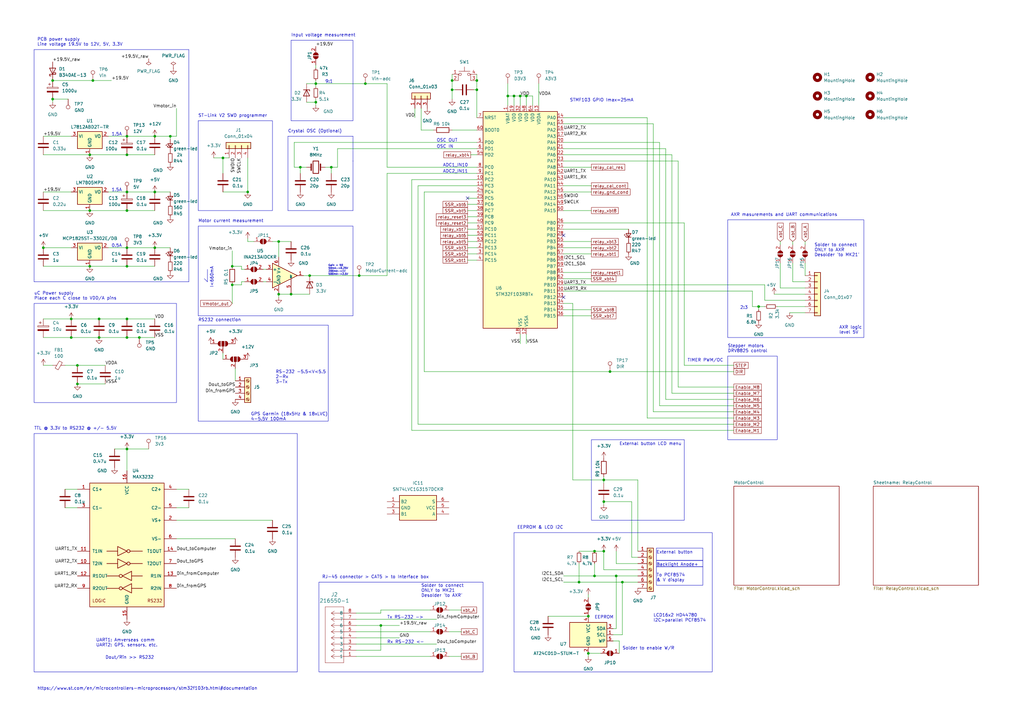
<source format=kicad_sch>
(kicad_sch (version 20230121) (generator eeschema)
  (paper "A3")
  (title_block (title "XBT Autolauncher 3.0") (rev "1") (company "NOAA/AOML") (comment 1 "Christian Saiz"))
  (junction (at 21.59 40.64))
  (junction (at 52.07 101.6))
  (junction (at 237.49 238.76))
  (junction (at 52.07 78.74))
  (junction (at 52.07 109.22))
  (junction (at 101.6 78.74))
  (junction (at 36.83 86.36))
  (junction (at 52.07 86.36))
  (junction (at 95.25 109.22))
  (junction (at 247.65 226.06))
  (junction (at 185.42 33.02))
  (junction (at 247.65 196.85))
  (junction (at 127 113.03))
  (junction (at 17.78 101.6))
  (junction (at 63.5 55.88))
  (junction (at 69.85 55.88))
  (junction (at 29.21 138.43))
  (junction (at 149.86 34.29))
  (junction (at 243.84 236.22))
  (junction (at 185.42 36.83))
  (junction (at 36.83 63.5))
  (junction (at 52.07 138.43))
  (junction (at 252.73 236.22))
  (junction (at 91.44 64.77))
  (junction (at 156.21 256.54))
  (junction (at 147.32 113.03))
  (junction (at 311.15 125.73))
  (junction (at 95.25 116.84))
  (junction (at 52.07 130.81))
  (junction (at 247.65 205.74))
  (junction (at 255.27 238.76))
  (junction (at 241.3 267.97))
  (junction (at 38.1 33.02))
  (junction (at 243.84 226.06))
  (junction (at 31.75 157.48))
  (junction (at 57.15 138.43))
  (junction (at 213.36 39.37))
  (junction (at 21.59 33.02))
  (junction (at 40.64 130.81))
  (junction (at 119.38 120.65))
  (junction (at 208.28 39.37))
  (junction (at 210.82 39.37))
  (junction (at 123.19 68.58))
  (junction (at 36.83 109.22))
  (junction (at 31.75 149.86))
  (junction (at 241.3 252.73))
  (junction (at 52.07 55.88))
  (junction (at 250.19 152.4))
  (junction (at 215.9 39.37))
  (junction (at 129.54 41.91))
  (junction (at 40.64 138.43))
  (junction (at 195.58 33.02))
  (junction (at 114.3 120.65))
  (junction (at 52.07 184.15))
  (junction (at 129.54 34.29))
  (junction (at 195.58 36.83))
  (junction (at 63.5 101.6))
  (junction (at 52.07 63.5))
  (junction (at 29.21 130.81))
  (junction (at 114.3 99.06))
  (junction (at 63.5 78.74))
  (junction (at 135.89 68.58))
  (no_connect (at 231.14 96.52))
  (no_connect (at 191.77 81.28))
  (no_connect (at 231.14 121.92))
  (wire (pts (xy 323.85 128.27) (xy 330.2 128.27)))
  (wire (pts (xy 36.83 109.22) (xy 52.07 109.22)))
  (wire (pts (xy 242.57 101.6) (xy 231.14 101.6)))
  (polyline (pts (xy 138.43 55.88) (xy 118.11 55.88)))
  (wire (pts (xy 91.44 64.77) (xy 93.98 64.77)))
  (wire (pts (xy 234.95 196.85) (xy 247.65 196.85)))
  (wire (pts (xy 252.73 236.22) (xy 261.62 236.22)))
  (wire (pts (xy 163.83 256.54) (xy 156.21 256.54)))
  (wire (pts (xy 218.44 39.37) (xy 215.9 39.37)))
  (wire (pts (xy 146.05 259.08) (xy 176.53 259.08)))
  (wire (pts (xy 31.75 149.86) (xy 43.18 149.86)))
  (wire (pts (xy 99.06 116.84) (xy 95.25 116.84)))
  (wire (pts (xy 191.77 104.14) (xy 195.58 104.14)))
  (wire (pts (xy 171.45 173.99) (xy 300.99 173.99)))
  (wire (pts (xy 320.04 118.11) (xy 320.04 107.95)))
  (polyline (pts (xy 138.43 55.88) (xy 144.78 55.88)))
  (wire (pts (xy 133.35 68.58) (xy 135.89 68.58)))
  (wire (pts (xy 220.98 34.29) (xy 220.98 43.18)))
  (wire (pts (xy 193.04 63.5) (xy 195.58 63.5)))
  (wire (pts (xy 247.65 195.58) (xy 247.65 196.85)))
  (wire (pts (xy 72.39 200.66) (xy 77.47 200.66)))
  (wire (pts (xy 195.58 53.34) (xy 185.42 53.34)))
  (wire (pts (xy 247.65 198.12) (xy 247.65 196.85)))
  (wire (pts (xy 91.44 64.77) (xy 91.44 71.12)))
  (wire (pts (xy 135.89 71.12) (xy 135.89 68.58)))
  (wire (pts (xy 213.36 39.37) (xy 210.82 39.37)))
  (wire (pts (xy 158.75 68.58) (xy 195.58 68.58)))
  (wire (pts (xy 184.15 259.08) (xy 189.23 259.08)))
  (wire (pts (xy 146.05 256.54) (xy 156.21 256.54)))
  (wire (pts (xy 265.43 48.26) (xy 265.43 171.45)))
  (wire (pts (xy 242.57 68.58) (xy 231.14 68.58)))
  (wire (pts (xy 237.49 238.76) (xy 255.27 238.76)))
  (wire (pts (xy 123.19 71.12) (xy 123.19 68.58)))
  (wire (pts (xy 280.67 149.86) (xy 300.99 149.86)))
  (wire (pts (xy 177.8 53.34) (xy 172.72 53.34)))
  (wire (pts (xy 241.3 269.24) (xy 241.3 267.97)))
  (wire (pts (xy 215.9 39.37) (xy 213.36 39.37)))
  (wire (pts (xy 101.6 99.06) (xy 104.14 99.06)))
  (wire (pts (xy 231.14 236.22) (xy 243.84 236.22)))
  (wire (pts (xy 99.06 115.57) (xy 99.06 116.84)))
  (wire (pts (xy 158.75 34.29) (xy 158.75 68.58)))
  (wire (pts (xy 247.65 196.85) (xy 261.62 196.85)))
  (wire (pts (xy 91.44 78.74) (xy 101.6 78.74)))
  (wire (pts (xy 251.46 260.35) (xy 255.27 260.35)))
  (wire (pts (xy 173.99 152.4) (xy 250.19 152.4)))
  (wire (pts (xy 252.73 236.22) (xy 252.73 257.81)))
  (wire (pts (xy 72.39 213.36) (xy 111.76 213.36)))
  (wire (pts (xy 313.69 123.19) (xy 330.2 123.19)))
  (wire (pts (xy 242.57 114.3) (xy 231.14 114.3)))
  (wire (pts (xy 168.91 176.53) (xy 300.99 176.53)))
  (wire (pts (xy 52.07 78.74) (xy 63.5 78.74)))
  (wire (pts (xy 325.12 99.06) (xy 325.12 100.33)))
  (wire (pts (xy 231.14 116.84) (xy 313.69 116.84)))
  (wire (pts (xy 168.91 73.66) (xy 168.91 176.53)))
  (wire (pts (xy 250.19 152.4) (xy 300.99 152.4)))
  (wire (pts (xy 21.59 33.02) (xy 38.1 33.02)))
  (wire (pts (xy 231.14 66.04) (xy 278.13 66.04)))
  (wire (pts (xy 311.15 125.73) (xy 313.69 125.73)))
  (wire (pts (xy 267.97 168.91) (xy 300.99 168.91)))
  (wire (pts (xy 270.51 58.42) (xy 270.51 166.37)))
  (wire (pts (xy 176.53 250.19) (xy 156.21 250.19)))
  (wire (pts (xy 215.9 39.37) (xy 215.9 43.18)))
  (wire (pts (xy 52.07 55.88) (xy 63.5 55.88)))
  (wire (pts (xy 242.57 76.2) (xy 231.14 76.2)))
  (wire (pts (xy 156.21 251.46) (xy 146.05 251.46)))
  (wire (pts (xy 146.05 266.7) (xy 156.21 266.7)))
  (wire (pts (xy 265.43 171.45) (xy 300.99 171.45)))
  (wire (pts (xy 172.72 53.34) (xy 172.72 44.45)))
  (wire (pts (xy 218.44 43.18) (xy 218.44 39.37)))
  (wire (pts (xy 26.67 208.28) (xy 31.75 208.28)))
  (wire (pts (xy 231.14 124.46) (xy 234.95 124.46)))
  (wire (pts (xy 114.3 120.65) (xy 119.38 120.65)))
  (wire (pts (xy 52.07 184.15) (xy 60.96 184.15)))
  (wire (pts (xy 195.58 33.02) (xy 195.58 36.83)))
  (wire (pts (xy 26.67 149.86) (xy 31.75 149.86)))
  (wire (pts (xy 111.76 99.06) (xy 114.3 99.06)))
  (wire (pts (xy 270.51 166.37) (xy 300.99 166.37)))
  (wire (pts (xy 195.58 76.2) (xy 171.45 76.2)))
  (wire (pts (xy 17.78 149.86) (xy 21.59 149.86)))
  (wire (pts (xy 36.83 63.5) (xy 52.07 63.5)))
  (wire (pts (xy 267.97 50.8) (xy 267.97 168.91)))
  (wire (pts (xy 52.07 109.22) (xy 63.5 109.22)))
  (wire (pts (xy 52.07 130.81) (xy 63.5 130.81)))
  (wire (pts (xy 17.78 63.5) (xy 36.83 63.5)))
  (wire (pts (xy 17.78 78.74) (xy 29.21 78.74)))
  (wire (pts (xy 208.28 34.29) (xy 208.28 39.37)))
  (wire (pts (xy 17.78 86.36) (xy 36.83 86.36)))
  (wire (pts (xy 252.73 231.14) (xy 261.62 231.14)))
  (wire (pts (xy 125.73 34.29) (xy 129.54 34.29)))
  (wire (pts (xy 63.5 78.74) (xy 69.85 78.74)))
  (wire (pts (xy 278.13 158.75) (xy 300.99 158.75)))
  (wire (pts (xy 318.77 125.73) (xy 330.2 125.73)))
  (wire (pts (xy 170.18 44.45) (xy 170.18 48.26)))
  (wire (pts (xy 189.23 250.19) (xy 184.15 250.19)))
  (wire (pts (xy 125.73 41.91) (xy 129.54 41.91)))
  (wire (pts (xy 129.54 34.29) (xy 149.86 34.29)))
  (wire (pts (xy 242.57 111.76) (xy 231.14 111.76)))
  (wire (pts (xy 29.21 138.43) (xy 40.64 138.43)))
  (wire (pts (xy 40.64 138.43) (xy 52.07 138.43)))
  (wire (pts (xy 325.12 107.95) (xy 325.12 115.57)))
  (wire (pts (xy 44.45 55.88) (xy 52.07 55.88)))
  (wire (pts (xy 129.54 33.02) (xy 129.54 34.29)))
  (wire (pts (xy 213.36 39.37) (xy 213.36 43.18)))
  (wire (pts (xy 191.77 101.6) (xy 195.58 101.6)))
  (wire (pts (xy 124.46 113.03) (xy 127 113.03)))
  (wire (pts (xy 17.78 109.22) (xy 36.83 109.22)))
  (polyline (pts (xy 85.09 110.49) (xy 85.09 115.57)))
  (wire (pts (xy 195.58 78.74) (xy 173.99 78.74)))
  (wire (pts (xy 237.49 231.14) (xy 237.49 238.76)))
  (wire (pts (xy 107.95 115.57) (xy 109.22 115.57)))
  (wire (pts (xy 185.42 30.48) (xy 185.42 33.02)))
  (wire (pts (xy 320.04 100.33) (xy 320.04 99.06)))
  (wire (pts (xy 185.42 36.83) (xy 186.69 36.83)))
  (wire (pts (xy 69.85 55.88) (xy 72.39 55.88)))
  (wire (pts (xy 44.45 101.6) (xy 52.07 101.6)))
  (wire (pts (xy 158.75 71.12) (xy 158.75 113.03)))
  (wire (pts (xy 31.75 157.48) (xy 43.18 157.48)))
  (wire (pts (xy 69.85 57.15) (xy 69.85 55.88)))
  (wire (pts (xy 29.21 130.81) (xy 40.64 130.81)))
  (wire (pts (xy 242.57 78.74) (xy 231.14 78.74)))
  (wire (pts (xy 21.59 41.91) (xy 21.59 40.64)))
  (wire (pts (xy 252.73 257.81) (xy 251.46 257.81)))
  (wire (pts (xy 224.79 252.73) (xy 241.3 252.73)))
  (wire (pts (xy 241.3 245.11) (xy 241.3 243.84)))
  (polyline (pts (xy 83.82 114.3) (xy 85.09 115.57)))
  (wire (pts (xy 101.6 78.74) (xy 101.6 64.77)))
  (wire (pts (xy 91.44 144.78) (xy 91.44 147.32)))
  (polyline (pts (xy 118.11 55.88) (xy 118.11 86.36)))
  (wire (pts (xy 191.77 81.28) (xy 195.58 81.28)))
  (wire (pts (xy 36.83 86.36) (xy 52.07 86.36)))
  (wire (pts (xy 231.14 119.38) (xy 308.61 119.38)))
  (wire (pts (xy 146.05 264.16) (xy 179.07 264.16)))
  (wire (pts (xy 280.67 91.44) (xy 280.67 149.86)))
  (polyline (pts (xy 144.78 86.36) (xy 144.78 66.04)))
  (wire (pts (xy 273.05 163.83) (xy 300.99 163.83)))
  (wire (pts (xy 243.84 236.22) (xy 252.73 236.22)))
  (wire (pts (xy 173.99 78.74) (xy 173.99 152.4)))
  (wire (pts (xy 213.36 137.16) (xy 213.36 140.97)))
  (wire (pts (xy 208.28 39.37) (xy 210.82 39.37)))
  (wire (pts (xy 191.77 91.44) (xy 195.58 91.44)))
  (wire (pts (xy 129.54 26.67) (xy 129.54 27.94)))
  (wire (pts (xy 243.84 231.14) (xy 243.84 236.22)))
  (wire (pts (xy 231.14 60.96) (xy 273.05 60.96)))
  (wire (pts (xy 156.21 266.7) (xy 156.21 256.54)))
  (wire (pts (xy 330.2 99.06) (xy 330.2 100.33)))
  (wire (pts (xy 119.38 120.65) (xy 127 120.65)))
  (wire (pts (xy 123.19 68.58) (xy 125.73 68.58)))
  (wire (pts (xy 330.2 118.11) (xy 320.04 118.11)))
  (wire (pts (xy 241.3 267.97) (xy 246.38 267.97)))
  (wire (pts (xy 72.39 44.45) (xy 72.39 55.88)))
  (wire (pts (xy 99.06 110.49) (xy 99.06 109.22)))
  (wire (pts (xy 21.59 40.64) (xy 27.94 40.64)))
  (wire (pts (xy 231.14 50.8) (xy 267.97 50.8)))
  (wire (pts (xy 275.59 63.5) (xy 275.59 161.29)))
  (wire (pts (xy 311.15 125.73) (xy 311.15 127)))
  (wire (pts (xy 254 262.89) (xy 254 267.97)))
  (wire (pts (xy 72.39 220.98) (xy 96.52 220.98)))
  (wire (pts (xy 95.25 102.87) (xy 95.25 109.22)))
  (wire (pts (xy 242.57 127) (xy 231.14 127)))
  (wire (pts (xy 278.13 66.04) (xy 278.13 158.75)))
  (wire (pts (xy 255.27 238.76) (xy 255.27 260.35)))
  (wire (pts (xy 44.45 78.74) (xy 52.07 78.74)))
  (wire (pts (xy 247.65 207.01) (xy 247.65 205.74)))
  (wire (pts (xy 261.62 233.68) (xy 247.65 233.68)))
  (wire (pts (xy 52.07 86.36) (xy 63.5 86.36)))
  (wire (pts (xy 243.84 226.06) (xy 247.65 226.06)))
  (wire (pts (xy 330.2 115.57) (xy 325.12 115.57)))
  (wire (pts (xy 120.65 58.42) (xy 195.58 58.42)))
  (wire (pts (xy 191.77 96.52) (xy 195.58 96.52)))
  (wire (pts (xy 114.3 99.06) (xy 119.38 99.06)))
  (wire (pts (xy 57.15 138.43) (xy 63.5 138.43)))
  (wire (pts (xy 185.42 36.83) (xy 185.42 40.64)))
  (wire (pts (xy 40.64 130.81) (xy 52.07 130.81)))
  (wire (pts (xy 99.06 115.57) (xy 100.33 115.57)))
  (wire (pts (xy 52.07 101.6) (xy 63.5 101.6)))
  (polyline (pts (xy 144.78 66.04) (xy 144.78 66.04)))
  (wire (pts (xy 261.62 228.6) (xy 259.08 228.6)))
  (wire (pts (xy 114.3 99.06) (xy 114.3 105.41)))
  (wire (pts (xy 259.08 205.74) (xy 247.65 205.74)))
  (wire (pts (xy 195.58 36.83) (xy 195.58 48.26)))
  (wire (pts (xy 330.2 107.95) (xy 330.2 113.03)))
  (wire (pts (xy 17.78 101.6) (xy 29.21 101.6)))
  (wire (pts (xy 308.61 119.38) (xy 308.61 125.73)))
  (wire (pts (xy 129.54 41.91) (xy 129.54 40.64)))
  (wire (pts (xy 195.58 30.48) (xy 195.58 33.02)))
  (wire (pts (xy 107.95 110.49) (xy 109.22 110.49)))
  (wire (pts (xy 231.14 238.76) (xy 237.49 238.76)))
  (wire (pts (xy 242.57 129.54) (xy 231.14 129.54)))
  (wire (pts (xy 99.06 110.49) (xy 100.33 110.49)))
  (wire (pts (xy 215.9 137.16) (xy 215.9 140.97)))
  (wire (pts (xy 63.5 55.88) (xy 69.85 55.88)))
  (wire (pts (xy 237.49 226.06) (xy 243.84 226.06)))
  (wire (pts (xy 184.15 269.24) (xy 189.23 269.24)))
  (wire (pts (xy 234.95 124.46) (xy 234.95 196.85)))
  (wire (pts (xy 52.07 63.5) (xy 63.5 63.5)))
  (wire (pts (xy 114.3 121.92) (xy 114.3 120.65)))
  (wire (pts (xy 96.52 151.13) (xy 96.52 156.21)))
  (wire (pts (xy 242.57 99.06) (xy 231.14 99.06)))
  (wire (pts (xy 87.63 64.77) (xy 91.44 64.77)))
  (wire (pts (xy 273.05 60.96) (xy 273.05 163.83)))
  (wire (pts (xy 146.05 269.24) (xy 176.53 269.24)))
  (polyline (pts (xy 118.11 86.36) (xy 144.78 86.36)))
  (wire (pts (xy 242.57 86.36) (xy 231.14 86.36)))
  (wire (pts (xy 185.42 33.02) (xy 185.42 36.83)))
  (wire (pts (xy 138.43 60.96) (xy 138.43 68.58)))
  (wire (pts (xy 52.07 184.15) (xy 52.07 193.04)))
  (wire (pts (xy 146.05 254) (xy 179.07 254)))
  (wire (pts (xy 210.82 39.37) (xy 210.82 43.18)))
  (wire (pts (xy 17.78 138.43) (xy 29.21 138.43)))
  (wire (pts (xy 17.78 130.81) (xy 29.21 130.81)))
  (wire (pts (xy 138.43 60.96) (xy 195.58 60.96)))
  (wire (pts (xy 208.28 43.18) (xy 208.28 39.37)))
  (wire (pts (xy 195.58 73.66) (xy 168.91 73.66)))
  (wire (pts (xy 129.54 43.18) (xy 129.54 41.91)))
  (wire (pts (xy 120.65 58.42) (xy 120.65 68.58)))
  (wire (pts (xy 231.14 91.44) (xy 280.67 91.44)))
  (wire (pts (xy 191.77 99.06) (xy 195.58 99.06)))
  (polyline (pts (xy 144.78 66.04) (xy 144.78 55.88)))
  (wire (pts (xy 259.08 205.74) (xy 259.08 228.6)))
  (wire (pts (xy 171.45 76.2) (xy 171.45 173.99)))
  (wire (pts (xy 158.75 113.03) (xy 147.32 113.03)))
  (wire (pts (xy 95.25 116.84) (xy 95.25 124.46)))
  (wire (pts (xy 17.78 55.88) (xy 29.21 55.88)))
  (wire (pts (xy 231.14 63.5) (xy 275.59 63.5)))
  (wire (pts (xy 242.57 104.14) (xy 231.14 104.14)))
  (wire (pts (xy 123.19 68.58) (xy 120.65 68.58)))
  (wire (pts (xy 191.77 88.9) (xy 195.58 88.9)))
  (wire (pts (xy 46.99 184.15) (xy 52.07 184.15)))
  (wire (pts (xy 156.21 251.46) (xy 156.21 250.19)))
  (wire (pts (xy 191.77 93.98) (xy 195.58 93.98)))
  (wire (pts (xy 231.14 48.26) (xy 265.43 48.26)))
  (wire (pts (xy 52.07 138.43) (xy 57.15 138.43)))
  (wire (pts (xy 101.6 97.79) (xy 101.6 99.06)))
  (wire (pts (xy 72.39 208.28) (xy 77.47 208.28)))
  (wire (pts (xy 255.27 238.76) (xy 261.62 238.76)))
  (wire (pts (xy 194.31 36.83) (xy 195.58 36.83)))
  (wire (pts (xy 63.5 101.6) (xy 69.85 101.6)))
  (wire (pts (xy 195.58 71.12) (xy 158.75 71.12)))
  (wire (pts (xy 231.14 58.42) (xy 270.51 58.42)))
  (wire (pts (xy 191.77 83.82) (xy 195.58 83.82)))
  (wire (pts (xy 308.61 125.73) (xy 311.15 125.73)))
  (wire (pts (xy 26.67 200.66) (xy 31.75 200.66)))
  (wire (pts (xy 149.86 34.29) (xy 158.75 34.29)))
  (wire (pts (xy 191.77 86.36) (xy 195.58 86.36)))
  (wire (pts (xy 275.59 161.29) (xy 300.99 161.29)))
  (wire (pts (xy 99.06 109.22) (xy 95.25 109.22)))
  (wire (pts (xy 147.32 113.03) (xy 127 113.03)))
  (wire (pts (xy 129.54 34.29) (xy 129.54 35.56)))
  (wire (pts (xy 38.1 33.02) (xy 45.72 33.02)))
  (wire (pts (xy 146.05 261.62) (xy 163.83 261.62)))
  (wire (pts (xy 313.69 116.84) (xy 313.69 123.19)))
  (wire (pts (xy 317.5 120.65) (xy 330.2 120.65)))
  (wire (pts (xy 135.89 68.58) (xy 138.43 68.58)))
  (wire (pts (xy 251.46 262.89) (xy 254 262.89)))
  (wire (pts (xy 261.62 196.85) (xy 261.62 226.06)))
  (wire (pts (xy 247.65 233.68) (xy 247.65 226.06)))
  (wire (pts (xy 191.77 106.68) (xy 195.58 106.68)))
  (wire (pts (xy 231.14 93.98) (xy 257.81 93.98)))
  (wire (pts (xy 252.73 226.06) (xy 252.73 231.14)))
  (rectangle (start 130.81 238.76) (end 198.12 275.59))
  (rectangle (start 298.45 146.05) (end 318.77 180.34))
  (rectangle (start 81.28 49.53) (end 111.76 86.36))
  (rectangle (start 81.28 133.35) (end 134.62 172.72))
  (rectangle (start 13.97 20.32) (end 77.47 115.57))
  (rectangle (start 242.57 180.34) (end 280.67 213.36))
  (rectangle (start 298.45 90.17) (end 354.33 138.43))
  (rectangle (start 210.82 218.44) (end 292.1 275.59))
  (rectangle (start 119.38 16.51) (end 144.78 49.53))
  (rectangle (start 81.28 92.71) (end 144.78 129.54))
  (rectangle (start 269.24 224.79) (end 288.29 229.87))
  (rectangle (start 13.97 124.46) (end 72.39 165.1))
  (rectangle (start 269.24 232.41) (end 288.29 240.03))
  (rectangle (start 269.24 229.87) (end 288.29 232.41))
  (rectangle (start 13.97 177.8) (end 121.92 275.59))
  (text "2:3" (at 303.53 127 0) (effects (font (size 1.27 1.27)) (justify left bottom)))
  (text "Crystal OSC (Optional)" (at 118.11 54.61 0) (effects (font (size 1.27 1.27)) (justify left bottom)))
  (text "Tx RS-232 ->" (at 158.75 254 0) (effects (font (size 1.27 1.27)) (justify left bottom)))
  (text "Solder to connect\nONLY to AXR\nDesolder 'to MK21'" (at 334.01 105.41 0) (effects (font (size 1.27 1.27)) (justify left bottom)))
  (text "1.5A" (at 45.72 55.88 0) (effects (font (size 1.27 1.27)) (justify left bottom)))
  (text "1.5A" (at 45.72 78.74 0) (effects (font (size 1.27 1.27)) (justify left bottom)))
  (text "UART1: Amverseas comm\nUART2: GPS, sensors, etc." (at 39.37 265.43 0) (effects (font (size 1.27 1.27)) (justify left bottom)))
  (text "I<660mA" (at 87.63 118.11 90) (effects (font (size 1.27 1.27)) (justify left bottom)))
  (text "Input voltage measurement\n" (at 119.38 15.24 0) (effects (font (size 1.27 1.27)) (justify left bottom)))
  (text "EEPROM" (at 243.84 254 0) (effects (font (size 1.27 1.27)) (justify left bottom)))
  (text "Backlight Anode+" (at 269.24 232.41 0) (effects (font (size 1.27 1.27)) (justify left bottom)))
  (text "AXR logic \nlevel 5V" (at 344.17 137.16 0) (effects (font (size 1.27 1.27)) (justify left bottom)))
  (text "OSC IN" (at 179.07 60.96 0) (effects (font (size 1.27 1.27)) (justify left bottom)))
  (text "Solder to connect\nONLY to MK21\nDesolder 'to AXR'" (at 172.72 245.11 0) (effects (font (size 1.27 1.27)) (justify left bottom)))
  (text "RJ-45 connector > CAT5 > to Interface box" (at 132.08 237.49 0) (effects (font (size 1.27 1.27)) (justify left bottom)))
  (text "uC Power supply\nPlace each C close to VDD/A pins" (at 13.97 123.19 0) (effects (font (size 1.27 1.27)) (justify left bottom)))
  (text "PCB power supply \nLine voltage 19.5V to 12V, 5V, 3.3V" (at 15.24 19.05 0) (effects (font (size 1.27 1.27)) (justify left bottom)))
  (text "Motor current measurement" (at 81.28 91.44 0) (effects (font (size 1.27 1.27)) (justify left bottom)))
  (text "External button LCD menu" (at 254 182.88 0) (effects (font (size 1.27 1.27)) (justify left bottom)))
  (text "9:1 \n" (at 133.35 34.29 0) (effects (font (size 1.27 1.27)) (justify left bottom)))
  (text "RS232 connection" (at 81.28 132.08 0) (effects (font (size 1.27 1.27)) (justify left bottom)))
  (text "RS-232 -5.5<V<5.5\n2-Rx\n3-Tx" (at 113.03 157.48 0) (effects (font (size 1.27 1.27)) (justify left bottom)))
  (text "TTL @ 3.3V to RS232 @ +/- 5.5V" (at 13.97 176.53 0) (effects (font (size 1.27 1.27)) (justify left bottom)))
  (text "External button" (at 269.24 227.33 0) (effects (font (size 1.27 1.27)) (justify left bottom)))
  (text "0.5A" (at 45.72 101.6 0) (effects (font (size 1.27 1.27)) (justify left bottom)))
  (text "AXR masurements and UART communications" (at 299.72 88.9 0) (effects (font (size 1.27 1.27)) (justify left bottom)))
  (text "Rx RS-232 <-" (at 158.75 264.16 0) (effects (font (size 1.27 1.27)) (justify left bottom)))
  (text "GPS Garmin (18x5Hz & 18xLVC)\n4-5.5V 100mA" (at 102.87 172.72 0) (effects (font (size 1.27 1.27)) (justify left bottom)))
  (text "ADC2_IN11" (at 181.61 71.12 0) (effects (font (size 1.27 1.27)) (justify left bottom)))
  (text "TIMER PWM/OC" (at 281.94 148.59 0) (effects (font (size 1.27 1.27)) (justify left bottom)))
  (text "https://www.st.com/en/microcontrollers-microprocessors/stm32f103rb.html#documentation" (at 15.24 283.21 0) (effects (font (size 1.27 1.27)) (justify left bottom)))
  (text "OSC OUT" (at 179.07 58.42 0) (effects (font (size 1.27 1.27)) (justify left bottom)))
  (text "Solder to enable W/R" (at 255.27 266.7 0) (effects (font (size 1.27 1.27)) (justify left bottom)))
  (text "To PCF8574 \n& V display " (at 269.24 238.76 0) (effects (font (size 1.27 1.27)) (justify left bottom)))
  (text "EEPROM & LCD I2C" (at 212.09 217.17 0) (effects (font (size 1.27 1.27)) (justify left bottom)))
  (text "Stepper motors\nDRV8825 control" (at 298.45 144.78 0) (effects (font (size 1.27 1.27)) (justify left bottom)))
  (text "Dout/Rin >> RS232" (at 43.18 270.51 0) (effects (font (size 1.27 1.27)) (justify left bottom)))
  (text "LCD16x2 HD44780\nI2C>parallel PCF8574\n" (at 267.97 255.27 0) (effects (font (size 1.27 1.27)) (justify left bottom)))
  (text "STMF103 GPIO Imax=25mA" (at 233.68 41.91 0) (effects (font (size 1.27 1.27)) (justify left bottom)))
  (text "Gain = 50\n50mA->0.25V\n200mA->1V\n500mA->2.5V " (at 134.62 113.03 0) (effects (font (size 0.75 0.75)) (justify left bottom)))
  (text "ADC1_IN10" (at 181.61 68.58 0) (effects (font (size 1.27 1.27)) (justify left bottom)))
  (text "ST-Link V2 SWD programmer" (at 81.28 48.26 0) (effects (font (size 1.27 1.27)) (justify left bottom)))
  (label "Dout_toGPS" (at 96.52 158.75 180))
  (label "UART2_TX" (at 231.14 53.34 0))
  (label "VSS" (at 63.5 138.43 0))
  (label "SWDIO" (at 96.52 64.77 270))
  (label "Din_fromGPS" (at 72.39 241.3 0))
  (label "Din_fromComputer" (at 72.39 236.22 0))
  (label "Vmotor_in" (at 72.39 44.45 180))
  (label "VDD" (at 213.36 39.37 0))
  (label "+19.5V_raw" (at 60.96 24.13 180))
  (label "UART1_RX" (at 231.14 73.66 0))
  (label "Din_fromComputer" (at 179.07 254 0))
  (label "SWDIO" (at 231.14 81.28 0))
  (label "UART1_TX" (at 31.75 226.06 180))
  (label "UART2_RX" (at 231.14 55.88 0))
  (label "+19.5V" (at 129.54 19.05 0))
  (label "Dout_toComputer" (at 72.39 226.06 0))
  (label "VSS" (at 213.36 140.97 180))
  (label "UART3_TX" (at 231.14 116.84 0))
  (label "Vmotor_in" (at 95.25 102.87 180))
  (label "Dout_toGPS" (at 72.39 231.14 0))
  (label "SWCLK" (at 231.14 83.82 0))
  (label "VDD" (at 63.5 130.81 0))
  (label "I2C1_SCL" (at 231.14 238.76 180))
  (label "UART2_RX" (at 31.75 241.3 180))
  (label "+19.5V" (at 17.78 55.88 0))
  (label "+19.5V" (at 45.72 33.02 0))
  (label "Dout_toComputer" (at 179.07 264.16 0))
  (label "I2C1_SDA" (at 231.14 109.22 0))
  (label "UART1_RX" (at 31.75 236.22 180))
  (label "VDD" (at 170.18 48.26 180))
  (label "UART3_RX" (at 231.14 119.38 0))
  (label "Din_fromGPS" (at 96.52 161.29 180))
  (label "I2C1_SDA" (at 231.14 236.22 180))
  (label "SWCLK" (at 99.06 64.77 270))
  (label "UART1_TX" (at 231.14 71.12 0))
  (label "VSSA" (at 43.18 157.48 0))
  (label "+19.5V_raw" (at 21.59 25.4 0))
  (label "I2C1_SCL" (at 231.14 106.68 0))
  (label "UART2_TX" (at 31.75 231.14 180))
  (label "VDDA" (at 220.98 39.37 0))
  (label "GND" (at 163.83 261.62 0))
  (label "+19.5V" (at 17.78 78.74 0))
  (label "+19.5V_raw" (at 163.83 256.54 0))
  (label "VSSA" (at 215.9 140.97 0))
  (label "VDDA" (at 43.18 149.86 0))
  (global_label "relay_xbt7" (shape passive) (at 191.77 93.98 180) (property "Intersheetrefs" "${INTERSHEET_REFS}" (effects hide)))
  (global_label "relay_xbt1" (shape passive) (at 242.57 104.14 0) (property "Intersheetrefs" "${INTERSHEET_REFS}" (effects hide)))
  (global_label "Enable_M8" (shape passive) (at 300.99 158.75 0) (property "Intersheetrefs" "${INTERSHEET_REFS}" (effects hide)))
  (global_label "SSR_xbt5" (shape passive) (at 191.77 86.36 180) (property "Intersheetrefs" "${INTERSHEET_REFS}" (effects hide)))
  (global_label "SSR_xbt1" (shape passive) (at 191.77 106.68 180) (property "Intersheetrefs" "${INTERSHEET_REFS}" (effects hide)))
  (global_label "relay_xbt3" (shape passive) (at 242.57 99.06 0) (property "Intersheetrefs" "${INTERSHEET_REFS}" (effects hide)))
  (global_label "Enable_M2" (shape passive) (at 300.99 173.99 0) (property "Intersheetrefs" "${INTERSHEET_REFS}" (effects hide)))
  (global_label "SSR_xbt4" (shape passive) (at 242.57 114.3 0) (property "Intersheetrefs" "${INTERSHEET_REFS}" (effects hide)))
  (global_label "relay_xbt5" (shape passive) (at 191.77 99.06 180) (property "Intersheetrefs" "${INTERSHEET_REFS}" (effects hide)))
  (global_label "Enable_M4" (shape passive) (at 300.99 168.91 0) (property "Intersheetrefs" "${INTERSHEET_REFS}" (effects hide)))
  (global_label "DIR" (shape passive) (at 300.99 152.4 0) (property "Intersheetrefs" "${INTERSHEET_REFS}" (effects hide)))
  (global_label "Vmotor_out" (shape input) (at 95.25 124.46 180) (property "Intersheetrefs" "${INTERSHEET_REFS}" (effects hide)))
  (global_label "relay_reset1" (shape passive) (at 242.57 111.76 0) (property "Intersheetrefs" "${INTERSHEET_REFS}" (effects hide)))
  (global_label "relay_xbt2" (shape passive) (at 242.57 101.6 0) (property "Intersheetrefs" "${INTERSHEET_REFS}" (effects hide)))
  (global_label "xbt_B" (shape input) (at 325.12 99.06 90) (property "Intersheetrefs" "${INTERSHEET_REFS}" (effects hide)))
  (global_label "Enable_M7" (shape passive) (at 300.99 161.29 0) (property "Intersheetrefs" "${INTERSHEET_REFS}" (effects hide)))
  (global_label "xbt_A" (shape passive) (at 189.23 250.19 0) (property "Intersheetrefs" "${INTERSHEET_REFS}" (effects hide)))
  (global_label "relay_cal_cont" (shape passive) (at 242.57 76.2 0) (property "Intersheetrefs" "${INTERSHEET_REFS}" (effects hide)))
  (global_label "SSR_xbt3" (shape passive) (at 191.77 101.6 180) (property "Intersheetrefs" "${INTERSHEET_REFS}" (effects hide)))
  (global_label "relay_xbt6" (shape passive) (at 191.77 96.52 180) (property "Intersheetrefs" "${INTERSHEET_REFS}" (effects hide)))
  (global_label "STEP" (shape passive) (at 300.99 149.86 0) (property "Intersheetrefs" "${INTERSHEET_REFS}" (effects hide)))
  (global_label "relay_xbt4" (shape passive) (at 193.04 63.5 180) (property "Intersheetrefs" "${INTERSHEET_REFS}" (effects hide)))
  (global_label "SSR_xbt6" (shape passive) (at 191.77 83.82 180) (property "Intersheetrefs" "${INTERSHEET_REFS}" (effects hide)))
  (global_label "xbt_C" (shape passive) (at 189.23 259.08 0) (property "Intersheetrefs" "${INTERSHEET_REFS}" (effects hide)))
  (global_label "Enable_M3" (shape passive) (at 300.99 171.45 0) (property "Intersheetrefs" "${INTERSHEET_REFS}" (effects hide)))
  (global_label "Enable_M6" (shape passive) (at 300.99 163.83 0) (property "Intersheetrefs" "${INTERSHEET_REFS}" (effects hide)))
  (global_label "xbt_B" (shape passive) (at 189.23 269.24 0) (property "Intersheetrefs" "${INTERSHEET_REFS}" (effects hide)))
  (global_label "Enable_M1" (shape passive) (at 300.99 176.53 0) (property "Intersheetrefs" "${INTERSHEET_REFS}" (effects hide)))
  (global_label "SSR_xbt7" (shape passive) (at 242.57 129.54 0) (property "Intersheetrefs" "${INTERSHEET_REFS}" (effects hide)))
  (global_label "relay_cal_res" (shape passive) (at 242.57 68.58 0) (property "Intersheetrefs" "${INTERSHEET_REFS}" (effects hide)))
  (global_label "xbt_C" (shape input) (at 320.04 99.06 90) (property "Intersheetrefs" "${INTERSHEET_REFS}" (effects hide)))
  (global_label "relay_gnd_cond" (shape passive) (at 242.57 78.74 0) (property "Intersheetrefs" "${INTERSHEET_REFS}" (effects hide)))
  (global_label "SSR_xbt8" (shape passive) (at 242.57 127 0) (property "Intersheetrefs" "${INTERSHEET_REFS}" (effects hide)))
  (global_label "relay_xbt8" (shape passive) (at 242.57 86.36 0) (property "Intersheetrefs" "${INTERSHEET_REFS}" (effects hide)))
  (global_label "Enable_M5" (shape passive) (at 300.99 166.37 0) (property "Intersheetrefs" "${INTERSHEET_REFS}" (effects hide)))
  (global_label "xbt_A" (shape input) (at 330.2 99.06 90) (property "Intersheetrefs" "${INTERSHEET_REFS}" (effects hide)))
  (global_label "relay_reset2" (shape passive) (at 191.77 91.44 180) (property "Intersheetrefs" "${INTERSHEET_REFS}" (effects hide)))
  (global_label "relay_reset3" (shape passive) (at 191.77 88.9 180) (property "Intersheetrefs" "${INTERSHEET_REFS}" (effects hide)))
  (global_label "SSR_xbt2" (shape passive) (at 191.77 104.14 180) (property "Intersheetrefs" "${INTERSHEET_REFS}" (effects hide)))
  (symbol (lib_id "Device:LED_Small") (at 69.85 81.28 90) (unit 1)
    (property "Reference" "D5" (at 71.12 80.01 90) (effects (justify right)))
    (property "Value" "green-led" (at 71.12 82.55 90) (effects (justify right)))
    (property "Footprint" "LED_green_0603:LED_B1911PG--20D000514U1930_HVK" (effects hide))
    (property "Datasheet" "https://mm.digikey.com/Volume0/opasdata/d220001/medias/docus/3777/B1911PG--20D000514U1930.pdf" (effects hide))
    (property "Digikey" "https://www.digikey.com/en/products/detail/harvatek-corporation/B1911PG-20D000514U1930/15519992" (effects hide))
    (property "Cost" "0.1" (effects hide))
    (property "Part" "B1911PG--20D000514U1930" (effects hide))
  )
  (symbol (lib_id "power:GND") (at 40.64 138.43 0) (unit 1)
    (property "Reference" "#PWR09" (effects hide))
    (property "Value" "GND" (at 40.64 143.51 0))
  )
  (symbol (lib_id "Device:C") (at 26.67 204.47 0) (unit 1)
    (property "Reference" "C8" (at 30.48 203.2 0) (effects (justify left)))
    (property "Value" "0.1u" (at 30.48 205.74 0) (effects (justify left)))
    (property "Footprint" "Capacitor_01uF-0805:CAP_CL21_SAM" (effects hide))
    (property "Datasheet" "https://mm.digikey.com/Volume0/opasdata/d220001/medias/docus/609/CL21B104KBCNNN_Spec.pdf" (effects hide))
    (property "Digikey" "https://www.digikey.com/en/products/detail/samsung-electro-mechanics/CL21B104KBCNNNC/3886661" (effects hide))
    (property "Cost" "0.1" (effects hide))
    (property "Part" "CL21B104KBCNNNC" (effects hide))
  )
  (symbol (lib_id "Device:C") (at 77.47 204.47 0) (unit 1)
    (property "Reference" "C22" (at 81.28 203.2 0) (effects (justify left)))
    (property "Value" "0.1u" (at 81.28 205.74 0) (effects (justify left)))
    (property "Footprint" "Capacitor_01uF-0805:CAP_CL21_SAM" (effects hide))
    (property "Datasheet" "https://mm.digikey.com/Volume0/opasdata/d220001/medias/docus/609/CL21B104KBCNNN_Spec.pdf" (effects hide))
    (property "Digikey" "https://www.digikey.com/en/products/detail/samsung-electro-mechanics/CL21B104KBCNNNC/3886661" (effects hide))
    (property "Cost" "0.1" (effects hide))
    (property "Part" "CL21B104KBCNNNC" (effects hide))
  )
  (symbol (lib_id "Mechanical:MountingHole") (at 356.87 46.99 0) (unit 1)
    (property "Reference" "H6" (at 359.41 45.72 0) (effects (justify left)))
    (property "Value" "MountingHole" (at 359.41 48.26 0) (effects (justify left)))
    (property "Footprint" "MountingHole:MountingHole_2.5mm_Pad" (effects hide))
  )
  (symbol (lib_id "power:+5V") (at 252.73 226.06 0) (unit 1)
    (property "Reference" "#PWR044" (effects hide))
    (property "Value" "+5V" (at 252.73 220.98 0))
  )
  (symbol (lib_id "Connector:TestPoint") (at 208.28 34.29 0) (unit 1)
    (property "Reference" "TP3" (at 210.82 29.718 0) (effects (justify left)))
    (property "Value" "D3V3" (at 210.82 32.258 0) (effects (justify left)))
    (property "Footprint" "TestPoint:TestPoint_Pad_1.0x1.0mm" (effects hide))
  )
  (symbol (lib_id "Connector:TestPoint") (at 38.1 33.02 0) (unit 1)
    (property "Reference" "TP6" (at 40.64 28.448 0) (effects (justify left)))
    (property "Value" "Vin" (at 40.64 30.988 0) (effects (justify left)))
    (property "Footprint" "TestPoint:TestPoint_Pad_1.0x1.0mm" (effects hide))
  )
  (symbol (lib_id "Device:R_Small") (at 311.15 129.54 0) (unit 1)
    (property "Reference" "R1" (at 306.07 129.54 0) (effects (justify left)))
    (property "Value" "6.8k" (at 306.07 132.08 0) (effects (justify left)))
    (property "Footprint" "Resistor_0805:RC0805N_YAG" (effects hide))
    (property "Datasheet" "https://www.yageo.com/upload/media/product/app/datasheet/rchip/pyu-rt_1-to-0.01_rohs_l.pdf" (effects hide))
    (property "Digikey" "https://www.digikey.com/en/products/detail/yageo/RT0805FRE076K8L/1079385" (effects hide))
    (property "Cost" "0.1" (effects hide))
    (property "Part" "RT0805FRE076K8L" (effects hide))
  )
  (symbol (lib_id "power:GND") (at 135.89 78.74 0) (unit 1)
    (property "Reference" "#PWR020" (effects hide))
    (property "Value" "GND" (at 135.89 83.82 0))
  )
  (symbol (lib_id "Jumper:SolderJumper_2_Open") (at 180.34 250.19 0) (unit 1)
    (property "Reference" "JP12" (at 180.34 247.65 0))
    (property "Value" "SolderJumper_2_Open" (effects hide))
    (property "Footprint" "Jumper:SolderJumper-2_P1.3mm_Open_RoundedPad1.0x1.5mm" (effects hide))
  )
  (symbol (lib_id "power:GND") (at 224.79 260.35 0) (unit 1)
    (property "Reference" "#PWR038" (effects hide))
    (property "Value" "GND" (at 219.71 261.62 0))
  )
  (symbol (lib_id "power:+12V") (at 101.6 147.32 0) (unit 1)
    (property "Reference" "#PWR032" (effects hide))
    (property "Value" "+12V" (at 101.6 142.24 0))
  )
  (symbol (lib_id "Device:C") (at 43.18 153.67 0) (unit 1)
    (property "Reference" "C10" (at 46.99 152.4 0) (effects (justify left)))
    (property "Value" "1u" (at 46.99 154.94 0) (effects (justify left)))
    (property "Footprint" "Capacitor_1uF-ceramic:CAP_CL21_SAM" (effects hide))
    (property "Datasheet" "https://mm.digikey.com/Volume0/opasdata/d220001/medias/docus/609/CL21B105KBFNNNE_Spec.pdf" (effects hide))
    (property "Digikey" "https://www.digikey.com/en/products/detail/samsung-electro-mechanics/CL21B105KBFNNNE/3886687" (effects hide))
    (property "Cost" "0.11" (effects hide))
    (property "Part" "CL21B105KBFNNNE" (effects hide))
  )
  (symbol (lib_id "Jumper:SolderJumper_3_Open") (at 96.52 147.32 0) (unit 1)
    (property "Reference" "JP3" (at 104.14 149.86 0))
    (property "Value" "SolderJumper_3_Open" (effects hide))
    (property "Footprint" "Jumper:SolderJumper-3_P1.3mm_Open_RoundedPad1.0x1.5mm" (effects hide))
  )
  (symbol (lib_id "Device:C") (at 63.5 105.41 0) (unit 1)
    (property "Reference" "C19" (at 55.88 104.14 0) (effects (justify left)))
    (property "Value" "0.1u" (at 55.88 106.68 0) (effects (justify left)))
    (property "Footprint" "Capacitor_01uF-0805:CAP_CL21_SAM" (effects hide))
    (property "Datasheet" "https://mm.digikey.com/Volume0/opasdata/d220001/medias/docus/609/CL21B104KBCNNN_Spec.pdf" (effects hide))
    (property "Digikey" "https://www.digikey.com/en/products/detail/samsung-electro-mechanics/CL21B104KBCNNNC/3886661" (effects hide))
    (property "Cost" "0.1" (effects hide))
    (property "Part" "CL21B104KBCNNNC" (effects hide))
  )
  (symbol (lib_id "power:+12V") (at 63.5 55.88 0) (unit 1)
    (property "Reference" "#PWR014" (effects hide))
    (property "Value" "+12V" (at 63.5 50.8 0))
  )
  (symbol (lib_id "Jumper:SolderJumper_2_Open") (at 104.14 115.57 0) (unit 1)
    (property "Reference" "JP5" (at 104.14 119.38 0))
    (property "Value" "SolderJumper_2_Open" (effects hide))
    (property "Footprint" "Jumper:SolderJumper-2_P1.3mm_Open_RoundedPad1.0x1.5mm" (effects hide))
  )
  (symbol (lib_id "Device:C") (at 52.07 134.62 0) (unit 1)
    (property "Reference" "C11" (at 55.88 133.35 0) (effects (justify left)))
    (property "Value" "0.1u" (at 55.88 135.89 0) (effects (justify left)))
    (property "Footprint" "Capacitor_01uF-0805:CAP_CL21_SAM" (effects hide))
    (property "Datasheet" "https://mm.digikey.com/Volume0/opasdata/d220001/medias/docus/609/CL21B104KBCNNN_Spec.pdf" (effects hide))
    (property "Digikey" "https://www.digikey.com/en/products/detail/samsung-electro-mechanics/CL21B104KBCNNNC/3886661" (effects hide))
    (property "Cost" "0.1" (effects hide))
    (property "Part" "CL21B104KBCNNNC" (effects hide))
  )
  (symbol (lib_id "power:GND") (at 175.26 44.45 0) (unit 1)
    (property "Reference" "#PWR033" (effects hide))
    (property "Value" "GND" (at 175.26 49.53 0))
  )
  (symbol (lib_id "Device:R_Small") (at 69.85 109.22 180) (unit 1)
    (property "Reference" "R46" (at 74.93 110.49 0) (effects (justify left)))
    (property "Value" "220" (at 74.93 107.95 0) (effects (justify left)))
    (property "Footprint" "Resistor_0805:RC0805N_YAG" (effects hide))
    (property "Digikey" "https://www.digikey.com/en/products/detail/yageo/RC0805FR-13220RL/14008293" (effects hide))
    (property "Cost" "0.1" (effects hide))
    (property "Part" "RC0805FR-13220RL" (effects hide))
  )
  (symbol (lib_id "Device:R_Small") (at 316.23 125.73 90) (unit 1)
    (property "Reference" "R2" (at 316.23 130.81 0) (effects (justify left)))
    (property "Value" "3.3k" (at 318.77 130.81 0) (effects (justify left)))
    (property "Footprint" "Resistor_0805:RC0805N_YAG" (effects hide))
    (property "Datasheet" "https://www.yageo.com/upload/media/product/app/datasheet/rchip/pyu-rt_1-to-0.01_rohs_l.pdf" (effects hide))
    (property "Digikey" "https://www.digikey.com/en/products/detail/yageo/RT0805FRE073K3L/1079226" (effects hide))
    (property "Cost" "0.1" (effects hide))
    (property "Part" "RT0805FRE073K3L" (effects hide))
  )
  (symbol (lib_id "Interface_UART:MAX3232") (at 52.07 223.52 0) (unit 1)
    (property "Reference" "U4" (at 54.2641 193.04 0) (effects (justify left)))
    (property "Value" "MAX3232" (at 54.2641 195.58 0) (effects (justify left)))
    (property "Footprint" "Package_SO:TSSOP-16_4.4x5mm_P0.65mm" (effects hide))
    (property "Datasheet" "https://datasheets.maximintegrated.com/en/ds/MAX3222-MAX3241.pdf" (effects hide))
    (property "Digikey" "https://www.digikey.com/en/products/detail/texas-instruments/MAX3232EIPWR/968150?s=N4IgTCBcDa4JwDYC0BGOAWAzMlSByAIiALoC%2BQA" (effects hide))
    (property "Cost" "1.07" (effects hide))
    (property "Part" "MAX3232EIPWR" (effects hide))
  )
  (symbol (lib_id "Device:Crystal") (at 129.54 68.58 0) (unit 1)
    (property "Reference" "Y1" (at 129.54 60.96 0))
    (property "Value" "8MHz" (at 129.54 63.5 0))
    (property "Footprint" "Crystal_8MHZ_smt:XTAL_ABLS-8.000MHz-20-B-3-H-T" (effects hide))
    (property "Datasheet" "https://abracon.com/Resonators/ABLS.pdf" (effects hide))
    (property "Digikey" "https://www.digikey.com/en/products/detail/abracon-llc/ABLS-8-000MHZ-20-B-3-H-T/9997852" (effects hide))
    (property "Cost" "0.17" (effects hide))
    (property "Part" "ABLS-8.000MHZ-20-B-3-H-T" (effects hide))
  )
  (symbol (lib_id "Jumper:SolderJumper_2_Open") (at 250.19 267.97 180) (unit 1)
    (property "Reference" "JP10" (at 250.19 271.78 0))
    (property "Value" "SolderJumper_2_Open" (effects hide))
    (property "Footprint" "Jumper:SolderJumper-2_P1.3mm_Open_RoundedPad1.0x1.5mm" (effects hide))
  )
  (symbol (lib_id "Jumper:SolderJumper_2_Open") (at 330.2 104.14 90) (unit 1)
    (property "Reference" "JP15" (at 328.93 107.95 0))
    (property "Value" "SolderJumper_2_Open" (effects hide))
    (property "Footprint" "Jumper:SolderJumper-2_P1.3mm_Open_RoundedPad1.0x1.5mm" (effects hide))
  )
  (symbol (lib_id "power:GND") (at 36.83 109.22 0) (unit 1)
    (property "Reference" "#PWR08" (effects hide))
    (property "Value" "GND" (at 36.83 114.3 0))
  )
  (symbol (lib_id "Device:C") (at 31.75 153.67 0) (unit 1)
    (property "Reference" "C7" (at 35.56 152.4 0) (effects (justify left)))
    (property "Value" "0.1u" (at 35.56 154.94 0) (effects (justify left)))
    (property "Footprint" "Capacitor_01uF-0805:CAP_CL21_SAM" (effects hide))
    (property "Datasheet" "https://mm.digikey.com/Volume0/opasdata/d220001/medias/docus/609/CL21B104KBCNNN_Spec.pdf" (effects hide))
    (property "Digikey" "https://www.digikey.com/en/products/detail/samsung-electro-mechanics/CL21B104KBCNNNC/3886661" (effects hide))
    (property "Cost" "0.1" (effects hide))
    (property "Part" "CL21B104KBCNNNC" (effects hide))
  )
  (symbol (lib_id "power:PWR_FLAG") (at 60.96 24.13 180) (unit 1)
    (property "Reference" "#FLG01" (effects hide))
    (property "Value" "PWR_FLAG" (at 60.96 29.21 0))
  )
  (symbol (lib_id "power:+5V") (at 63.5 78.74 0) (unit 1)
    (property "Reference" "#PWR015" (effects hide))
    (property "Value" "+5V" (at 63.5 73.66 0))
  )
  (symbol (lib_id "Connector:TestPoint") (at 147.32 113.03 0) (unit 1)
    (property "Reference" "TP2" (at 149.86 108.458 0) (effects (justify left)))
    (property "Value" "MotorCurrent-adc" (at 149.86 110.998 0) (effects (justify left)))
    (property "Footprint" "TestPoint:TestPoint_Pad_1.0x1.0mm" (effects hide))
  )
  (symbol (lib_id "power:+3.3V") (at 241.3 243.84 0) (unit 1)
    (property "Reference" "#PWR039" (effects hide))
    (property "Value" "+3.3V" (at 236.22 242.57 0))
  )
  (symbol (lib_id "power:GND") (at 69.85 111.76 0) (unit 1)
    (property "Reference" "#PWR0173" (effects hide))
    (property "Value" "GND" (at 64.77 114.3 0))
  )
  (symbol (lib_id "Device:C") (at 190.5 36.83 90) (unit 1)
    (property "Reference" "C27" (at 190.5 41.91 90))
    (property "Value" "0.1u" (at 190.5 44.45 90))
    (property "Footprint" "Capacitor_01uF-0805:CAP_CL21_SAM" (effects hide))
    (property "Datasheet" "https://mm.digikey.com/Volume0/opasdata/d220001/medias/docus/609/CL21B104KBCNNN_Spec.pdf" (effects hide))
    (property "Digikey" "https://www.digikey.com/en/products/detail/samsung-electro-mechanics/CL21B104KBCNNNC/3886661" (effects hide))
    (property "Cost" "0.1" (effects hide))
    (property "Part" "CL21B104KBCNNNC" (effects hide))
  )
  (symbol (lib_id "Device:C") (at 91.44 74.93 0) (unit 1)
    (property "Reference" "C21" (at 95.25 73.66 0) (effects (justify left)))
    (property "Value" "0.1u" (at 95.25 76.2 0) (effects (justify left)))
    (property "Footprint" "Capacitor_01uF-0805:CAP_CL21_SAM" (effects hide))
    (property "Datasheet" "https://mm.digikey.com/Volume0/opasdata/d220001/medias/docus/609/CL21B104KBCNNN_Spec.pdf" (effects hide))
    (property "Digikey" "https://www.digikey.com/en/products/detail/samsung-electro-mechanics/CL21B104KBCNNNC/3886661" (effects hide))
    (property "Cost" "0.1" (effects hide))
    (property "Part" "CL21B104KBCNNNC" (effects hide))
  )
  (symbol (lib_id "Device:LED_Small") (at 69.85 59.69 90) (unit 1)
    (property "Reference" "D4" (at 71.12 58.42 90) (effects (justify right)))
    (property "Value" "green-led" (at 71.12 60.96 90) (effects (justify right)))
    (property "Footprint" "LED_green_0603:LED_B1911PG--20D000514U1930_HVK" (effects hide))
    (property "Datasheet" "https://mm.digikey.com/Volume0/opasdata/d220001/medias/docus/3777/B1911PG--20D000514U1930.pdf" (effects hide))
    (property "Digikey" "https://www.digikey.com/en/products/detail/harvatek-corporation/B1911PG-20D000514U1930/15519992" (effects hide))
    (property "Cost" "0.1" (effects hide))
    (property "Part" "B1911PG--20D000514U1930" (effects hide))
  )
  (symbol (lib_id "Jumper:SolderJumper_2_Open") (at 180.34 269.24 0) (unit 1)
    (property "Reference" "JP13" (at 180.34 266.7 0))
    (property "Value" "SolderJumper_2_Open" (effects hide))
    (property "Footprint" "Jumper:SolderJumper-2_P1.3mm_Open_RoundedPad1.0x1.5mm" (effects hide))
  )
  (symbol (lib_id "Device:R") (at 95.25 113.03 180) (unit 1)
    (property "Reference" "R5" (at 92.71 115.57 90))
    (property "Value" "0.1" (at 92.71 111.76 90))
    (property "Footprint" "Shunt_PE2512FKE070R1L:RESC6331X89N" (effects hide))
    (property "Datasheet" "https://www.yageo.com/upload/media/product/app/datasheet/rchip/pyu-pe_521_rohs_l.pdf" (effects hide))
    (property "Digikey" "https://www.digikey.com/en/products/detail/yageo/PE2512FKE070R1L/5138678" (effects hide))
    (property "Cost" "0.6" (effects hide))
    (property "Part" "PE2512FKE070R1L" (effects hide))
  )
  (symbol (lib_id "Regulator_Linear:AMS1117-5.0") (at 36.83 78.74 0) (unit 1)
    (property "Reference" "U2" (at 36.83 72.39 0))
    (property "Value" "LM7805MPX" (at 36.83 74.93 0))
    (property "Footprint" "Package_TO_SOT_SMD:SOT-223-3_TabPin2" (effects hide))
    (property "Datasheet" "https://www.ti.com/lit/ds/symlink/lm7800.pdf" (effects hide))
    (property "Digikey" "https://www.digikey.com/en/products/detail/texas-instruments/LM7805MPX-NOPB/6110583" (effects hide))
    (property "Cost" "1.61" (effects hide))
    (property "Part" "LM7805MPX/NOPB" (effects hide))
  )
  (symbol (lib_id "Diode:1N5821") (at 21.59 29.21 90) (unit 1)
    (property "Reference" "D1" (at 24.13 28.2575 90) (effects (justify right)))
    (property "Value" "B340AE-13" (at 24.13 30.7975 90) (effects (justify right)))
    (property "Footprint" "Shottky_B340AE_13:CR_SMA_320-340AE_DIO" (effects hide))
    (property "Datasheet" "https://www.diodes.com/assets/Datasheets/B320AE/B340AE.pdf" (effects hide))
    (property "Digikey" "https://www.digikey.com/en/products/detail/diodes-incorporated/B340AE-13/7352831" (effects hide))
    (property "Cost" "0.37" (effects hide))
    (property "Part" "B340AE-13" (effects hide))
  )
  (symbol (lib_id "Device:R_Small") (at 243.84 228.6 0) (unit 1)
    (property "Reference" "R8" (at 238.76 228.6 0) (effects (justify left)))
    (property "Value" "4.7k" (at 238.76 231.14 0) (effects (justify left)))
    (property "Footprint" "Resistor_0805:RC0805N_YAG" (effects hide))
    (property "Datasheet" "https://www.yageo.com/upload/media/product/app/datasheet/rchip/pyu-rt_1-to-0.01_rohs_l.pdf" (effects hide))
    (property "Digikey" "https://www.digikey.com/en/products/detail/yageo/RT0805FRE074K7L/1079294" (effects hide))
    (property "Cost" "0.1" (effects hide))
    (property "Part" "RT0805FRE074K7L" (effects hide))
  )
  (symbol (lib_id "Memory_EEPROM:AT24CS01-STUM") (at 241.3 260.35 0) (unit 1)
    (property "Reference" "U7" (at 232.41 264.16 0) (effects (justify right)))
    (property "Value" "AT24C01D-STUM-T" (at 237.49 267.97 0) (effects (justify right)))
    (property "Footprint" "Package_TO_SOT_SMD:SOT-23-5" (effects hide))
    (property "Datasheet" "https://ww1.microchip.com/downloads/en/DeviceDoc/24AA01-24LC01B-24FC01-1K-I2C-Serial-EEPROM-20001711M.pdf" (effects hide))
    (property "Digikey" "https://www.digikey.com/en/products/detail/microchip-technology/AT24C01D-STUM-T/4914368" (effects hide))
    (property "Cost" "0.16" (effects hide))
    (property "Part" "AT24C01D-STUM-T" (effects hide))
  )
  (symbol (lib_id "Connector:TestPoint") (at 149.86 34.29 0) (unit 1)
    (property "Reference" "TP1" (at 152.4 29.718 0) (effects (justify left)))
    (property "Value" "Vin-adc" (at 152.4 32.258 0) (effects (justify left)))
    (property "Footprint" "TestPoint:TestPoint_Pad_1.0x1.0mm" (effects hide))
  )
  (symbol (lib_id "Device:C") (at 29.21 134.62 0) (unit 1)
    (property "Reference" "C6" (at 33.02 133.35 0) (effects (justify left)))
    (property "Value" "0.1u" (at 33.02 135.89 0) (effects (justify left)))
    (property "Footprint" "Capacitor_01uF-0805:CAP_CL21_SAM" (effects hide))
    (property "Datasheet" "https://mm.digikey.com/Volume0/opasdata/d220001/medias/docus/609/CL21B104KBCNNN_Spec.pdf" (effects hide))
    (property "Digikey" "https://www.digikey.com/en/products/detail/samsung-electro-mechanics/CL21B104KBCNNNC/3886661" (effects hide))
    (property "Cost" "0.1" (effects hide))
    (property "Part" "CL21B104KBCNNNC" (effects hide))
  )
  (symbol (lib_id "Device:C") (at 63.5 134.62 0) (unit 1)
    (property "Reference" "C16" (at 67.31 133.35 0) (effects (justify left)))
    (property "Value" "0.1u" (at 67.31 135.89 0) (effects (justify left)))
    (property "Footprint" "Capacitor_01uF-0805:CAP_CL21_SAM" (effects hide))
    (property "Datasheet" "https://mm.digikey.com/Volume0/opasdata/d220001/medias/docus/609/CL21B104KBCNNN_Spec.pdf" (effects hide))
    (property "Digikey" "https://www.digikey.com/en/products/detail/samsung-electro-mechanics/CL21B104KBCNNNC/3886661" (effects hide))
    (property "Cost" "0.1" (effects hide))
    (property "Part" "CL21B104KBCNNNC" (effects hide))
  )
  (symbol (lib_id "Device:C") (at 63.5 82.55 0) (unit 1)
    (property "Reference" "C18" (at 55.88 81.28 0) (effects (justify left)))
    (property "Value" "0.1u" (at 55.88 83.82 0) (effects (justify left)))
    (property "Footprint" "Capacitor_01uF-0805:CAP_CL21_SAM" (effects hide))
    (property "Datasheet" "https://mm.digikey.com/Volume0/opasdata/d220001/medias/docus/609/CL21B104KBCNNN_Spec.pdf" (effects hide))
    (property "Digikey" "https://www.digikey.com/en/products/detail/samsung-electro-mechanics/CL21B104KBCNNNC/3886661" (effects hide))
    (property "Cost" "0.1" (effects hide))
    (property "Part" "CL21B104KBCNNNC" (effects hide))
  )
  (symbol (lib_id "Connector_Generic:Conn_01x07") (at 335.28 120.65 0) (unit 1)
    (property "Reference" "J4" (at 337.82 119.38 0) (effects (justify left)))
    (property "Value" "Conn_01x07" (at 337.82 121.92 0) (effects (justify left)))
    (property "Footprint" "Connector_PinSocket_2.54mm:PinSocket_1x07_P2.54mm_Vertical" (effects hide))
    (property "Datasheet" "https://mm.digikey.com/Volume0/opasdata/d220001/medias/docus/937/Female_Headers.100_DS.pdf" (effects hide))
    (property "Digikey" "https://www.digikey.com/en/products/detail/sullins-connector-solutions/PPTC071LFBN-RC/810146" (effects hide))
    (property "Cost" "0.6" (effects hide))
    (property "Part" "PPTC071LFBN-RC" (effects hide))
  )
  (symbol (lib_id "power:GND") (at 261.62 241.3 0) (unit 1)
    (property "Reference" "#PWR045" (effects hide))
    (property "Value" "GND" (at 261.62 246.38 0))
  )
  (symbol (lib_id "power:+3.3V") (at 247.65 226.06 0) (unit 1)
    (property "Reference" "#PWR043" (effects hide))
    (property "Value" "+3.3V" (at 247.65 220.98 0))
  )
  (symbol (lib_id "power:GND") (at 323.85 128.27 0) (unit 1)
    (property "Reference" "#PWR023" (effects hide))
    (property "Value" "GND" (at 323.85 133.35 0))
  )
  (symbol (lib_id "power:GND") (at 69.85 67.31 0) (unit 1)
    (property "Reference" "#PWR0171" (effects hide))
    (property "Value" "GND" (at 64.77 69.85 0))
  )
  (symbol (lib_id "Device:C") (at 17.78 59.69 0) (unit 1)
    (property "Reference" "C1" (at 21.59 58.42 0) (effects (justify left)))
    (property "Value" "0.33u" (at 21.59 60.96 0) (effects (justify left)))
    (property "Footprint" "Capacitor_033uF:CAP_CL21_SAM" (effects hide))
    (property "Datasheet" "https://mm.digikey.com/Volume0/opasdata/d220001/medias/docus/1068/CL21B334KBFNNNE_Spec.pdf" (effects hide))
    (property "Digikey" "https://www.digikey.com/en/products/detail/samsung-electro-mechanics/CL21B334KBFNNNE/3886781" (effects hide))
    (property "Cost" "0.1" (effects hide))
    (property "Part" "CL21B334KBFNNNE" (effects hide))
  )
  (symbol (lib_id "Mechanical:MountingHole") (at 335.28 46.99 0) (unit 1)
    (property "Reference" "H5" (at 337.82 45.72 0) (effects (justify left)))
    (property "Value" "MountingHole" (at 337.82 48.26 0) (effects (justify left)))
    (property "Footprint" "MountingHole:MountingHole_2.5mm_Pad" (effects hide))
  )
  (symbol (lib_id "Device:LED_Small") (at 257.81 96.52 90) (unit 1)
    (property "Reference" "D7" (at 259.08 95.25 90) (effects (justify right)))
    (property "Value" "green-led" (at 259.08 97.79 90) (effects (justify right)))
    (property "Footprint" "LED_green_0603:LED_B1911PG--20D000514U1930_HVK" (effects hide))
    (property "Datasheet" "https://mm.digikey.com/Volume0/opasdata/d220001/medias/docus/3777/B1911PG--20D000514U1930.pdf" (effects hide))
    (property "Digikey" "https://www.digikey.com/en/products/detail/harvatek-corporation/B1911PG-20D000514U1930/15519992" (effects hide))
    (property "Cost" "0.1" (effects hide))
    (property "Part" "B1911PG--20D000514U1930" (effects hide))
  )
  (symbol (lib_id "Device:C") (at 123.19 74.93 0) (unit 1)
    (property "Reference" "C20" (at 127 73.66 0) (effects (justify left)))
    (property "Value" "20p" (at 127 76.2 0) (effects (justify left)))
    (property "Footprint" "Capacitor_20pF-lowESR:CAPC220145_88N_KEM" (effects hide))
    (property "Datasheet" "https://connect.kemet.com:7667/gateway/IntelliData-ComponentDocumentation/1.0/download/datasheet/C0805C200J5GACTU" (effects hide))
    (property "Digikey" "https://www.digikey.com/en/products/detail/kemet/C0805C200J5GAC7800/2212144" (effects hide))
    (property "Cost" "0.27" (effects hide))
    (property "Part" "C0805C200J5GAC7800" (effects hide))
  )
  (symbol (lib_id "Jumper:SolderJumper_2_Open") (at 180.34 259.08 0) (unit 1)
    (property "Reference" "JP14" (at 180.34 256.54 0))
    (property "Value" "SolderJumper_2_Open" (effects hide))
    (property "Footprint" "Jumper:SolderJumper-2_P1.3mm_Open_RoundedPad1.0x1.5mm" (effects hide))
  )
  (symbol (lib_id "power:GND") (at 52.07 254 0) (unit 1)
    (property "Reference" "#PWR012" (effects hide))
    (property "Value" "GND" (at 52.07 259.08 0))
  )
  (symbol (lib_id "Jumper:SolderJumper_2_Open") (at 104.14 110.49 0) (unit 1)
    (property "Reference" "JP4" (at 104.14 107.95 0))
    (property "Value" "SolderJumper_2_Open" (effects hide))
    (property "Footprint" "Jumper:SolderJumper-2_P1.3mm_Open_RoundedPad1.0x1.5mm" (effects hide))
  )
  (symbol (lib_id "power:GND") (at 119.38 106.68 0) (unit 1)
    (property "Reference" "#PWR036" (effects hide))
    (property "Value" "GND" (at 124.46 107.95 0))
  )
  (symbol (lib_id "power:GND") (at 21.59 41.91 0) (unit 1)
    (property "Reference" "#PWR03" (effects hide))
    (property "Value" "GND" (at 21.59 46.99 0))
  )
  (symbol (lib_id "Device:C") (at 111.76 217.17 0) (unit 1)
    (property "Reference" "C25" (at 115.57 215.9 0) (effects (justify left)))
    (property "Value" "0.1u" (at 115.57 218.44 0) (effects (justify left)))
    (property "Footprint" "Capacitor_01uF-0805:CAP_CL21_SAM" (effects hide))
    (property "Datasheet" "https://mm.digikey.com/Volume0/opasdata/d220001/medias/docus/609/CL21B104KBCNNN_Spec.pdf" (effects hide))
    (property "Digikey" "https://www.digikey.com/en/products/detail/samsung-electro-mechanics/CL21B104KBCNNNC/3886661" (effects hide))
    (property "Cost" "0.1" (effects hide))
    (property "Part" "CL21B104KBCNNNC" (effects hide))
  )
  (symbol (lib_id "power:GND") (at 31.75 157.48 0) (unit 1)
    (property "Reference" "#PWR05" (effects hide))
    (property "Value" "GND" (at 31.75 162.56 0))
  )
  (symbol (lib_id "Device:C") (at 119.38 102.87 0) (unit 1)
    (property "Reference" "C26" (at 123.19 101.6 0) (effects (justify left)))
    (property "Value" "0.1u" (at 123.19 104.14 0) (effects (justify left)))
    (property "Footprint" "Capacitor_01uF-0805:CAP_CL21_SAM" (effects hide))
    (property "Datasheet" "https://mm.digikey.com/Volume0/opasdata/d220001/medias/docus/609/CL21B104KBCNNN_Spec.pdf" (effects hide))
    (property "Digikey" "https://www.digikey.com/en/products/detail/samsung-electro-mechanics/CL21B104KBCNNNC/3886661" (effects hide))
    (property "Cost" "0.1" (effects hide))
    (property "Part" "CL21B104KBCNNNC" (effects hide))
  )
  (symbol (lib_id "Device:R_Small") (at 257.81 101.6 180) (unit 1)
    (property "Reference" "R47" (at 262.89 102.87 0) (effects (justify left)))
    (property "Value" "220" (at 262.89 100.33 0) (effects (justify left)))
    (property "Footprint" "Resistor_0805:RC0805N_YAG" (effects hide))
    (property "Digikey" "https://www.digikey.com/en/products/detail/yageo/RC0805FR-13220RL/14008293" (effects hide))
    (property "Cost" "0.1" (effects hide))
    (property "Part" "RC0805FR-13220RL" (effects hide))
  )
  (symbol (lib_id "Connector:TestPoint") (at 60.96 184.15 0) (unit 1)
    (property "Reference" "TP16" (at 63.5 179.578 0) (effects (justify left)))
    (property "Value" "3V3" (at 63.5 182.118 0) (effects (justify left)))
    (property "Footprint" "TestPoint:TestPoint_Pad_1.0x1.0mm" (effects hide))
  )
  (symbol (lib_id "power:GND") (at 241.3 269.24 0) (unit 1)
    (property "Reference" "#PWR040" (effects hide))
    (property "Value" "GND" (at 241.3 274.32 0))
  )
  (symbol (lib_id "power:+3.3V") (at 63.5 101.6 0) (unit 1)
    (property "Reference" "#PWR016" (effects hide))
    (property "Value" "+3.3V" (at 63.5 96.52 0))
  )
  (symbol (lib_id "Device:R") (at 247.65 191.77 180) (unit 1)
    (property "Reference" "R9" (at 245.11 194.31 90))
    (property "Value" "10k" (at 245.11 190.5 90))
    (property "Footprint" "Resistor_0805:RC0805N_YAG" (effects hide))
    (property "Datasheet" "https://www.yageo.com/upload/media/product/app/datasheet/rchip/pyu-rt_1-to-0.01_rohs_l.pdf" (effects hide))
    (property "Digikey" "https://www.digikey.com/en/products/detail/yageo/RT0805FRE0710KL/1078908" (effects hide))
    (property "Cost" "0.1" (effects hide))
    (property "Part" "RT0805FRE0710KL" (effects hide))
  )
  (symbol (lib_id "Device:C") (at 46.99 187.96 0) (unit 1)
    (property "Reference" "C15" (at 38.1 186.69 0) (effects (justify left)))
    (property "Value" "0.47u" (at 38.1 189.23 0) (effects (justify left)))
    (property "Footprint" "Capacitor_047uF:CAP_CL_21_SAM" (effects hide))
    (property "Digikey" "https://www.digikey.com/en/products/detail/samsung-electro-mechanics/CL21B474KBFNNNG/3894539" (effects hide))
    (property "Cost" "0.1" (effects hide))
    (property "Part" "CL21B474KBFNNNG" (effects hide))
  )
  (symbol (lib_id "Device:C") (at 247.65 201.93 0) (unit 1)
    (property "Reference" "C29" (at 251.46 200.66 0) (effects (justify left)))
    (property "Value" "0.1u" (at 251.46 203.2 0) (effects (justify left)))
    (property "Footprint" "Capacitor_01uF-0805:CAP_CL21_SAM" (effects hide))
    (property "Datasheet" "https://mm.digikey.com/Volume0/opasdata/d220001/medias/docus/609/CL21B104KBCNNN_Spec.pdf" (effects hide))
    (property "Digikey" "https://www.digikey.com/en/products/detail/samsung-electro-mechanics/CL21B104KBCNNNC/3886661" (effects hide))
    (property "Cost" "0.1" (effects hide))
    (property "Part" "CL21B104KBCNNNC" (effects hide))
  )
  (symbol (lib_id "power:GND") (at 185.42 40.64 0) (unit 1)
    (property "Reference" "#PWR037" (effects hide))
    (property "Value" "GND" (at 185.42 45.72 0))
  )
  (symbol (lib_id "Connector:TestPoint") (at 57.15 138.43 180) (unit 1)
    (property "Reference" "TP5" (at 59.69 140.462 0) (effects (justify right)))
    (property "Value" "GND" (at 59.69 143.002 0) (effects (justify right)))
    (property "Footprint" "TestPoint:TestPoint_Pad_1.0x1.0mm" (effects hide))
  )
  (symbol (lib_id "MCU_ST_STM32F1:STM32F103RBTx") (at 213.36 91.44 0) (unit 1)
    (property "Reference" "U6" (at 203.2 118.11 0) (effects (justify left)))
    (property "Value" "STM32F103RBTx" (at 203.2 120.65 0) (effects (justify left)))
    (property "Footprint" "STM32F103RBT6TR:LQFP64-10x10mm" (effects hide))
    (property "Datasheet" "https://mm.digikey.com/Volume0/opasdata/d220001/medias/docus/1139/STM32F103x8,B.pdf" (effects hide))
    (property "Digikey" "https://www.digikey.com/en/products/detail/stmicroelectronics/STM32F103RBT6TR/2122443" (effects hide))
    (property "Cost" "7.5" (effects hide))
    (property "Part" "STM32F103RBT6TR" (effects hide))
  )
  (symbol (lib_id "Device:R") (at 181.61 53.34 90) (unit 1)
    (property "Reference" "R6" (at 179.07 50.8 90))
    (property "Value" "10k" (at 182.88 50.8 90))
    (property "Footprint" "Resistor_0805:RC0805N_YAG" (effects hide))
    (property "Datasheet" "https://www.yageo.com/upload/media/product/app/datasheet/rchip/pyu-rt_1-to-0.01_rohs_l.pdf" (effects hide))
    (property "Digikey" "https://www.digikey.com/en/products/detail/yageo/RT0805FRE0710KL/1078908" (effects hide))
    (property "Cost" "0.1" (effects hide))
    (property "Part" "RT0805FRE0710KL" (effects hide))
  )
  (symbol (lib_id "power:+3.3V") (at 52.07 184.15 0) (unit 1)
    (property "Reference" "#PWR011" (effects hide))
    (property "Value" "+3.3V" (at 52.07 179.07 0))
  )
  (symbol (lib_id "Connector_Generic:Conn_01x03") (at 172.72 39.37 90) (unit 1)
    (property "Reference" "J6" (at 167.64 33.02 90) (effects (justify right)))
    (property "Value" "Conn_01x03" (at 167.64 35.56 90) (effects (justify right)))
    (property "Footprint" "Connector_PinHeader_2.54mm:PinHeader_1x03_P2.54mm_Vertical" (effects hide))
    (property "Datasheet" "https://www.digikey.com/en/products/detail/adam-tech/PH1-03-UA/9830289" (effects hide))
    (property "Digikey" "https://www.digikey.com/en/products/detail/adam-tech/PH1-03-UA/9830289" (effects hide))
    (property "Cost" "0.1" (effects hide))
    (property "Part" "PH1-03-UA" (effects hide))
  )
  (symbol (lib_id "power:GND") (at 36.83 63.5 0) (unit 1)
    (property "Reference" "#PWR06" (effects hide))
    (property "Value" "GND" (at 36.83 68.58 0))
  )
  (symbol (lib_id "power:+3.3V") (at 101.6 97.79 0) (unit 1)
    (property "Reference" "#PWR034" (effects hide))
    (property "Value" "+3.3V" (at 96.52 95.25 0))
  )
  (symbol (lib_id "power:GND") (at 114.3 121.92 0) (unit 1)
    (property "Reference" "#PWR035" (effects hide))
    (property "Value" "GND" (at 114.3 127 0))
  )
  (symbol (lib_id "Device:C_Polarized") (at 52.07 59.69 0) (unit 1)
    (property "Reference" "C12" (at 44.45 58.42 0) (effects (justify left)))
    (property "Value" "100u" (at 43.18 60.96 0) (effects (justify left)))
    (property "Footprint" "Capacitor_100uF:PCAP_8x112_PAN" (effects hide))
    (property "Datasheet" "https://mm.digikey.com/Volume0/opasdata/d220001/medias/docus/2452/ECA-xxM%20Series,TypeA.pdf" (effects hide))
    (property "Digikey" "https://www.digikey.com/en/products/detail/panasonic-electronic-components/ECA-1HM101/245041" (effects hide))
    (property "Cost" "0.39" (effects hide))
    (property "Part" "ECA-1HM101" (effects hide))
  )
  (symbol (lib_id "Device:C_Polarized") (at 52.07 82.55 0) (unit 1)
    (property "Reference" "C13" (at 44.45 81.28 0) (effects (justify left)))
    (property "Value" "100u" (at 44.45 83.82 0) (effects (justify left)))
    (property "Footprint" "Capacitor_100uF:PCAP_8x112_PAN" (effects hide))
    (property "Datasheet" "https://mm.digikey.com/Volume0/opasdata/d220001/medias/docus/2452/ECA-xxM%20Series,TypeA.pdf" (effects hide))
    (property "Digikey" "https://www.digikey.com/en/products/detail/panasonic-electronic-components/ECA-1HM101/245041" (effects hide))
    (property "Cost" "0.39" (effects hide))
    (property "Part" "ECA-1HM101" (effects hide))
  )
  (symbol (lib_id "Connector_Generic:Conn_01x04") (at 96.52 59.69 90) (unit 1)
    (property "Reference" "J1" (at 97.79 53.34 90))
    (property "Value" "Conn_01x04" (at 97.79 55.88 90))
    (property "Footprint" "Header_male_4x1:CONN_61300411121_WRE" (effects hide))
    (property "Datasheet" "https://www.we-online.com/components/products/datasheet/6130xx11121.pdf" (effects hide))
    (property "Digikey" "https://www.digikey.com/en/products/detail/w%C3%BCrth-elektronik/61300411121/4846827" (effects hide))
    (property "Cost" "0.19" (effects hide))
    (property "Part" "61300411121" (effects hide))
  )
  (symbol (lib_id "Device:C_Polarized") (at 17.78 134.62 0) (unit 1)
    (property "Reference" "C4" (at 21.59 132.461 0) (effects (justify left)))
    (property "Value" "10u" (at 21.59 135.001 0) (effects (justify left)))
    (property "Footprint" "Capacitor_10uF:CAP_WCAP-ATG5_05.0X11.0_WRE" (effects hide))
    (property "Datasheet" "https://www.we-online.com/components/products/datasheet/860020572003.pdf" (effects hide))
    (property "Digikey" "https://www.digikey.com/en/products/detail/w%C3%BCrth-elektronik/860020572003/5727172" (effects hide))
    (property "Cost" "0.1" (effects hide))
    (property "Part" "860020572003" (effects hide))
  )
  (symbol (lib_id "Jumper:SolderJumper_2_Open") (at 241.3 248.92 90) (unit 1)
    (property "Reference" "JP9" (at 245.11 248.92 0))
    (property "Value" "SolderJumper_2_Open" (effects hide))
    (property "Footprint" "Jumper:SolderJumper-2_P1.3mm_Open_RoundedPad1.0x1.5mm" (effects hide))
  )
  (symbol (lib_id "Multiplexer_SN74LVC1G3157:SN74LVC1G3157DCKR") (at 158.75 205.74 0) (unit 1)
    (property "Reference" "IC11" (at 171.45 198.12 0))
    (property "Value" "SN74LVC1G3157DCKR" (at 171.45 200.66 0))
    (property "Footprint" "SOT65P210X110-6N" (effects hide))
    (property "Datasheet" "http://www.ti.com/lit/ds/symlink/sn74lvc1g3157.pdf" (effects hide))
    (property "Height" "1.1" (effects hide))
    (property "Mouser Part Number" "595-SN74LVC1G3157DCK" (effects hide))
    (property "Mouser Price/Stock" "https://www.mouser.co.uk/ProductDetail/Texas-Instruments/SN74LVC1G3157DCKR?qs=PVVDbbWpW3J21wbz0QWbxg%3D%3D" (effects hide))
    (property "Manufacturer_Name" "Texas Instruments" (effects hide))
    (property "Manufacturer_Part_Number" "SN74LVC1G3157DCKR" (effects hide))
  )
  (symbol (lib_id "Jumper:SolderJumper_2_Open") (at 107.95 99.06 0) (unit 1)
    (property "Reference" "JP11" (at 107.95 96.52 0))
    (property "Value" "SolderJumper_2_Open" (effects hide))
    (property "Footprint" "Jumper:SolderJumper-2_P1.3mm_Open_RoundedPad1.0x1.5mm" (effects hide))
  )
  (symbol (lib_id "power:+3.3V") (at 17.78 149.86 0) (unit 1)
    (property "Reference" "#PWR02" (effects hide))
    (property "Value" "+3.3V" (at 17.78 144.78 0))
  )
  (symbol (lib_id "power:GND") (at 101.6 78.74 0) (unit 1)
    (property "Reference" "#PWR021" (effects hide))
    (property "Value" "GND" (at 101.6 83.82 0))
  )
  (symbol (lib_id "power:GND") (at 311.15 132.08 0) (unit 1)
    (property "Reference" "#PWR019" (effects hide))
    (property "Value" "GND" (at 311.15 137.16 0))
  )
  (symbol (lib_id "Device:R_Small") (at 237.49 228.6 0) (unit 1)
    (property "Reference" "R7" (at 232.41 228.6 0) (effects (justify left)))
    (property "Value" "4.7k" (at 232.41 231.14 0) (effects (justify left)))
    (property "Footprint" "Resistor_0805:RC0805N_YAG" (effects hide))
    (property "Datasheet" "https://www.yageo.com/upload/media/product/app/datasheet/rchip/pyu-rt_1-to-0.01_rohs_l.pdf" (effects hide))
    (property "Digikey" "https://www.digikey.com/en/products/detail/yageo/RT0805FRE074K7L/1079294" (effects hide))
    (property "Cost" "0.1" (effects hide))
    (property "Part" "RT0805FRE074K7L" (effects hide))
  )
  (symbol (lib_id "Device:R_Small") (at 69.85 64.77 180) (unit 1)
    (property "Reference" "R44" (at 74.93 66.04 0) (effects (justify left)))
    (property "Value" "2k" (at 74.93 63.5 0) (effects (justify left)))
    (property "Footprint" "Resistor_0805:RC0805N_YAG" (effects hide))
    (property "Digikey" "https://www.digikey.com/en/products/detail/yageo/RC0805FR-132KL/14008253" (effects hide))
    (property "Cost" "0.1" (effects hide))
    (property "Part" "RC0805FR-132KL" (effects hide))
  )
  (symbol (lib_id "power:+3.3V") (at 87.63 64.77 0) (unit 1)
    (property "Reference" "#PWR018" (effects hide))
    (property "Value" "+3.3V" (at 87.63 59.69 0))
  )
  (symbol (lib_id "power:GND") (at 96.52 228.6 0) (unit 1)
    (property "Reference" "#PWR024" (effects hide))
    (property "Value" "GND" (at 96.52 233.68 0))
  )
  (symbol (lib_id "power:+3.3V") (at 96.52 140.97 0) (unit 1)
    (property "Reference" "#PWR030" (effects hide))
    (property "Value" "+3.3V" (at 96.52 135.89 0))
  )
  (symbol (lib_id "power:GND") (at 129.54 43.18 0) (unit 1)
    (property "Reference" "#PWR028" (effects hide))
    (property "Value" "GND" (at 134.62 45.72 0))
  )
  (symbol (lib_id "Regulator_Linear:LD1117S12TR_SOT223") (at 36.83 101.6 0) (unit 1)
    (property "Reference" "U3" (at 36.83 95.25 0))
    (property "Value" "MCP1825ST-3302E/DB" (at 36.83 97.79 0))
    (property "Footprint" "Package_TO_SOT_SMD:SOT-223-3_TabPin2" (effects hide))
    (property "Datasheet" "https://ww1.microchip.com/downloads/en/DeviceDoc/22056b.pdf" (effects hide))
    (property "Digikey" "https://www.digikey.com/en/products/detail/microchip-technology/MCP1825ST-3302E-DB/1635518" (effects hide))
    (property "Cost" "0.69" (effects hide))
    (property "Part" "MCP1825ST-3302E/DB" (effects hide))
  )
  (symbol (lib_id "Device:C") (at 40.64 134.62 0) (unit 1)
    (property "Reference" "C9" (at 44.45 133.35 0) (effects (justify left)))
    (property "Value" "0.1u" (at 44.45 135.89 0) (effects (justify left)))
    (property "Footprint" "Capacitor_01uF-0805:CAP_CL21_SAM" (effects hide))
    (property "Datasheet" "https://mm.digikey.com/Volume0/opasdata/d220001/medias/docus/609/CL21B104KBCNNN_Spec.pdf" (effects hide))
    (property "Digikey" "https://www.digikey.com/en/products/detail/samsung-electro-mechanics/CL21B104KBCNNNC/3886661" (effects hide))
    (property "Cost" "0.1" (effects hide))
    (property "Part" "CL21B104KBCNNNC" (effects hide))
  )
  (symbol (lib_id "power:GND") (at 111.76 220.98 0) (unit 1)
    (property "Reference" "#PWR025" (effects hide))
    (property "Value" "GND" (at 111.76 226.06 0))
  )
  (symbol (lib_id "power:+5V") (at 17.78 101.6 0) (unit 1)
    (property "Reference" "#PWR01" (effects hide))
    (property "Value" "+5V" (at 17.78 96.52 0))
  )
  (symbol (lib_id "power:GND") (at 257.81 104.14 0) (unit 1)
    (property "Reference" "#PWR026" (effects hide))
    (property "Value" "GND" (at 260.35 107.95 0))
  )
  (symbol (lib_id "power:PWR_FLAG") (at 71.12 27.94 0) (unit 1)
    (property "Reference" "#FLG02" (effects hide))
    (property "Value" "PWR_FLAG" (at 71.12 22.86 0))
  )
  (symbol (lib_name "D_Zener_1") (lib_id "Device:D_Zener") (at 127 116.84 270) (unit 1)
    (property "Reference" "D3" (at 129.54 116.84 90) (effects (justify left)))
    (property "Value" "3.3V" (at 129.54 119.38 90) (effects (justify left)))
    (property "Footprint" "Zener_3V3_BZT52C3V3-7-F:SOD3715X135N" (effects hide))
    (property "Datasheet" "https://www.diodes.com/assets/Datasheets/ds18004.pdf" (effects hide))
    (property "Digikey" "https://www.digikey.com/en/products/detail/diodes-incorporated/BZT52C3V3-7-F/717734" (effects hide))
    (property "Cost" "0.21" (effects hide))
    (property "Part" "BZT52C3V3-7-F" (effects hide))
  )
  (symbol (lib_id "Device:R_Small") (at 129.54 38.1 0) (unit 1)
    (property "Reference" "R4" (at 130.81 38.1 0) (effects (justify left)))
    (property "Value" "5.1k" (at 130.81 40.64 0) (effects (justify left)))
    (property "Footprint" "Resistor_0805:RC0805N_YAG" (effects hide))
    (property "Datasheet" "https://www.yageo.com/upload/media/product/app/datasheet/rchip/pyu-rt_1-to-0.01_rohs_l.pdf" (effects hide))
    (property "Digikey" "https://www.digikey.com/en/products/detail/yageo/RT0805FRE075K1L/1079334" (effects hide))
    (property "Cost" "0.1" (effects hide))
    (property "Part" "RT0805FRE075K1L" (effects hide))
  )
  (symbol (lib_id "Connector:TestPoint") (at 220.98 34.29 0) (unit 1)
    (property "Reference" "TP4" (at 223.52 29.718 0) (effects (justify left)))
    (property "Value" "A3V3" (at 223.52 32.258 0) (effects (justify left)))
    (property "Footprint" "TestPoint:TestPoint_Pad_1.0x1.0mm" (effects hide))
  )
  (symbol (lib_id "Device:C") (at 63.5 59.69 0) (unit 1)
    (property "Reference" "C17" (at 55.88 58.42 0) (effects (justify left)))
    (property "Value" "0.1u" (at 55.88 60.96 0) (effects (justify left)))
    (property "Footprint" "Capacitor_01uF-0805:CAP_CL21_SAM" (effects hide))
    (property "Datasheet" "https://mm.digikey.com/Volume0/opasdata/d220001/medias/docus/609/CL21B104KBCNNN_Spec.pdf" (effects hide))
    (property "Digikey" "https://www.digikey.com/en/products/detail/samsung-electro-mechanics/CL21B104KBCNNNC/3886661" (effects hide))
    (property "Cost" "0.1" (effects hide))
    (property "Part" "CL21B104KBCNNNC" (effects hide))
  )
  (symbol (lib_id "Jumper:SolderJumper_3_Open") (at 91.44 140.97 0) (unit 1)
    (property "Reference" "JP2" (at 87.63 144.78 0))
    (property "Value" "SolderJumper_3_Open" (effects hide))
    (property "Footprint" "Jumper:SolderJumper-3_P1.3mm_Open_RoundedPad1.0x1.5mm" (effects hide))
  )
  (symbol (lib_id "power:GND") (at 123.19 78.74 0) (unit 1)
    (property "Reference" "#PWR017" (effects hide))
    (property "Value" "GND" (at 123.19 83.82 0))
  )
  (symbol (lib_id "Mechanical:MountingHole") (at 335.28 31.75 0) (unit 1)
    (property "Reference" "H1" (at 337.82 30.48 0) (effects (justify left)))
    (property "Value" "MountingHole" (at 337.82 33.02 0) (effects (justify left)))
    (property "Footprint" "MountingHole:MountingHole_2.5mm_Pad" (effects hide))
  )
  (symbol (lib_id "Device:C") (at 17.78 105.41 0) (unit 1)
    (property "Reference" "C3" (at 21.59 104.14 0) (effects (justify left)))
    (property "Value" "1u" (at 21.59 106.68 0) (effects (justify left)))
    (property "Footprint" "Capacitor_1uF-ceramic:CAP_CL21_SAM" (effects hide))
    (property "Datasheet" "https://mm.digikey.com/Volume0/opasdata/d220001/medias/docus/609/CL21B105KBFNNNE_Spec.pdf" (effects hide))
    (property "Digikey" "https://www.digikey.com/en/products/detail/samsung-electro-mechanics/CL21B105KBFNNNE/3886687" (effects hide))
    (property "Cost" "0.11" (effects hide))
    (property "Part" "CL21B105KBFNNNE" (effects hide))
  )
  (symbol (lib_id "power:GND") (at 96.52 163.83 0) (unit 1)
    (property "Reference" "#PWR031" (effects hide))
    (property "Value" "GND" (at 96.52 168.91 0))
  )
  (symbol (lib_id "Device:LED_Small") (at 69.85 104.14 90) (unit 1)
    (property "Reference" "D6" (at 71.12 102.87 90) (effects (justify right)))
    (property "Value" "green-led" (at 71.12 105.41 90) (effects (justify right)))
    (property "Footprint" "LED_green_0603:LED_B1911PG--20D000514U1930_HVK" (effects hide))
    (property "Datasheet" "https://mm.digikey.com/Volume0/opasdata/d220001/medias/docus/3777/B1911PG--20D000514U1930.pdf" (effects hide))
    (property "Digikey" "https://www.digikey.com/en/products/detail/harvatek-corporation/B1911PG-20D000514U1930/15519992" (effects hide))
    (property "Cost" "0.1" (effects hide))
    (property "Part" "B1911PG--20D000514U1930" (effects hide))
  )
  (symbol (lib_name "D_Zener_1") (lib_id "Device:D_Zener") (at 125.73 38.1 270) (unit 1)
    (property "Reference" "D2" (at 120.65 38.1 90) (effects (justify left)))
    (property "Value" "3.3V" (at 119.38 40.64 90) (effects (justify left)))
    (property "Footprint" "Zener_3V3_BZT52C3V3-7-F:SOD3715X135N" (effects hide))
    (property "Datasheet" "https://www.diodes.com/assets/Datasheets/ds18004.pdf" (effects hide))
    (property "Digikey" "https://www.digikey.com/en/products/detail/diodes-incorporated/BZT52C3V3-7-F/717734" (effects hide))
    (property "Cost" "0.21" (effects hide))
    (property "Part" "BZT52C3V3-7-F" (effects hide))
  )
  (symbol (lib_id "Device:R_Small") (at 69.85 86.36 180) (unit 1)
    (property "Reference" "R45" (at 74.93 87.63 0) (effects (justify left)))
    (property "Value" "560" (at 74.93 85.09 0) (effects (justify left)))
    (property "Footprint" "Resistor_0805:RC0805N_YAG" (effects hide))
    (property "Digikey" "https://www.digikey.com/en/products/detail/yageo/RC0805JR-07560RL/728347" (effects hide))
    (property "Cost" "0.1" (effects hide))
    (property "Part" "RC0805JR-07560RL" (effects hide))
  )
  (symbol (lib_id "Connector:Screw_Terminal_01x07") (at 266.7 233.68 0) (unit 1)
    (property "Reference" "J7" (at 266.7 245.11 0) (effects (justify left)))
    (property "Value" "Screw_Terminal_01x07" (effects hide))
    (property "Footprint" "Header_screw_7x1_TB001-500-07BE:CUI_TB001-500-07BE" (effects hide))
    (property "Datasheet" "https://www.cuidevices.com/product/resource/tb001-500.pdf" (effects hide))
    (property "Digikey" "https://www.digikey.com/en/products/detail/cui-devices/TB001-500-07BE/10064063" (effects hide))
    (property "Cost" "0.96" (effects hide))
    (property "Part" "TB001-500-07BE" (effects hide))
  )
  (symbol (lib_id "power:+5V") (at 317.5 120.65 0) (unit 1)
    (property "Reference" "#PWR022" (effects hide))
    (property "Value" "+5V" (at 316.23 116.84 0))
  )
  (symbol (lib_id "Connector:Screw_Terminal_01x04") (at 101.6 158.75 0) (unit 1)
    (property "Reference" "J5" (at 104.14 158.75 0) (effects (justify left)))
    (property "Value" "Screw_Terminal_01x04" (effects hide))
    (property "Footprint" "Header_screw_4x1_TB001-500-04BE:CUI_TB001-500-04BE" (effects hide))
    (property "Datasheet" "https://www.cuidevices.com/product/resource/tb001-500.pdf" (effects hide))
    (property "Digikey" "https://www.digikey.com/en/products/detail/cui-devices/TB001-500-04BE/10064060" (effects hide))
    (property "Cost" "0.72" (effects hide))
    (property "Part" "TB001-500-04BE" (effects hide))
  )
  (symbol (lib_id "Device:C") (at 135.89 74.93 0) (unit 1)
    (property "Reference" "C23" (at 139.7 73.66 0) (effects (justify left)))
    (property "Value" "20p" (at 139.7 76.2 0) (effects (justify left)))
    (property "Footprint" "Capacitor_20pF-lowESR:CAPC220145_88N_KEM" (effects hide))
    (property "Datasheet" "https://connect.kemet.com:7667/gateway/IntelliData-ComponentDocumentation/1.0/download/datasheet/C0805C200J5GACTU" (effects hide))
    (property "Digikey" "https://www.digikey.com/en/products/detail/kemet/C0805C200J5GAC7800/2212144" (effects hide))
    (property "Cost" "0.27" (effects hide))
    (property "Part" "C0805C200J5GAC7800" (effects hide))
  )
  (symbol (lib_id "Jumper:SolderJumper_2_Open") (at 325.12 104.14 90) (unit 1)
    (property "Reference" "JP16" (at 323.85 107.95 0))
    (property "Value" "SolderJumper_2_Open" (effects hide))
    (property "Footprint" "Jumper:SolderJumper-2_P1.3mm_Open_RoundedPad1.0x1.5mm" (effects hide))
  )
  (symbol (lib_id "Jumper:SolderJumper_2_Open") (at 320.04 104.14 90) (unit 1)
    (property "Reference" "JP17" (at 318.77 107.95 0))
    (property "Value" "SolderJumper_2_Open" (effects hide))
    (property "Footprint" "Jumper:SolderJumper-2_P1.3mm_Open_RoundedPad1.0x1.5mm" (effects hide))
  )
  (symbol (lib_id "Amplifier_Current:INA181") (at 116.84 113.03 0) (unit 1)
    (property "Reference" "U5" (at 106.68 102.87 0))
    (property "Value" "INA213AIDCKR" (at 106.68 105.41 0))
    (property "Footprint" "Current_sense_amp_INA213AIDCKR:DCK0006A_L" (effects hide))
    (property "Datasheet" "http://www.ti.com/lit/ds/symlink/ina181.pdf" (effects hide))
    (property "Digikey" "https://www.digikey.com/en/products/detail/texas-instruments/INA213AIDCKR/1898607" (effects hide))
    (property "Cost" "0.97" (effects hide))
    (property "Part" "INA213AIDCKR" (effects hide))
  )
  (symbol (lib_id "Connector:TestPoint") (at 27.94 40.64 180) (unit 1)
    (property "Reference" "TP7" (at 30.48 42.672 0) (effects (justify right)))
    (property "Value" "GND" (at 30.48 45.212 0) (effects (justify right)))
    (property "Footprint" "TestPoint:TestPoint_Pad_1.0x1.0mm" (effects hide))
  )
  (symbol (lib_id "power:GND") (at 36.83 86.36 0) (unit 1)
    (property "Reference" "#PWR07" (effects hide))
    (property "Value" "GND" (at 36.83 91.44 0))
  )
  (symbol (lib_id "Connector:TestPoint") (at 52.07 55.88 0) (unit 1)
    (property "Reference" "TP13" (at 54.61 51.308 0) (effects (justify left)))
    (property "Value" "12V" (at 54.61 53.848 0) (effects (justify left)))
    (property "Footprint" "TestPoint:TestPoint_Pad_1.0x1.0mm" (effects hide))
  )
  (symbol (lib_id "power:+3.3V") (at 247.65 187.96 0) (unit 1)
    (property "Reference" "#PWR041" (effects hide))
    (property "Value" "+3.3V" (at 247.65 182.88 0))
  )
  (symbol (lib_id "Device:C") (at 52.07 105.41 0) (unit 1)
    (property "Reference" "C14" (at 45.72 104.14 0) (effects (justify left)))
    (property "Value" "1u" (at 45.72 106.68 0) (effects (justify left)))
    (property "Footprint" "Capacitor_1uF-ceramic:CAP_CL21_SAM" (effects hide))
    (property "Datasheet" "https://mm.digikey.com/Volume0/opasdata/d220001/medias/docus/609/CL21B105KBFNNNE_Spec.pdf" (effects hide))
    (property "Digikey" "https://www.digikey.com/en/products/detail/samsung-electro-mechanics/CL21B105KBFNNNE/3886687" (effects hide))
    (property "Cost" "0.11" (effects hide))
    (property "Part" "CL21B105KBFNNNE" (effects hide))
  )
  (symbol (lib_id "Device:C") (at 96.52 224.79 0) (unit 1)
    (property "Reference" "C24" (at 100.33 223.52 0) (effects (justify left)))
    (property "Value" "0.1u" (at 100.33 226.06 0) (effects (justify left)))
    (property "Footprint" "Capacitor_01uF-0805:CAP_CL21_SAM" (effects hide))
    (property "Datasheet" "https://mm.digikey.com/Volume0/opasdata/d220001/medias/docus/609/CL21B104KBCNNN_Spec.pdf" (effects hide))
    (property "Digikey" "https://www.digikey.com/en/products/detail/samsung-electro-mechanics/CL21B104KBCNNNC/3886661" (effects hide))
    (property "Cost" "0.1" (effects hide))
    (property "Part" "CL21B104KBCNNNC" (effects hide))
  )
  (symbol (lib_id "Ultralibrarian:216550-1") (at 146.05 269.24 180) (unit 1)
    (property "Reference" "J2" (at 137.16 243.84 0) (effects (font (size 1.524 1.524))))
    (property "Value" "216550-1" (at 137.16 246.38 0) (effects (font (size 1.524 1.524))))
    (property "Footprint" "Connector_8x1_216550:CONN_216550-1_TEC" (effects hide))
    (property "Datasheet" "https://www.te.com/commerce/DocumentDelivery/DDEController?Action=srchrtrv&DocNm=216550&DocType=Customer+Drawing&DocLang=English" (effects hide))
    (property "Digikey" "https://www.digikey.com/en/products/detail/te-connectivity-amp-connectors/216550-1/1920152" (effects hide))
    (property "Cost" "1.68" (effects hide))
    (property "Part" "216550-1" (effects hide))
  )
  (symbol (lib_id "Mechanical:MountingHole") (at 335.28 39.37 0) (unit 1)
    (property "Reference" "H3" (at 337.82 38.1 0) (effects (justify left)))
    (property "Value" "MountingHole" (at 337.82 40.64 0) (effects (justify left)))
    (property "Footprint" "MountingHole:MountingHole_2.5mm_Pad" (effects hide))
  )
  (symbol (lib_id "Connector:TestPoint") (at 52.07 78.74 0) (unit 1)
    (property "Reference" "TP9" (at 54.61 74.168 0) (effects (justify left)))
    (property "Value" "5V" (at 54.61 76.708 0) (effects (justify left)))
    (property "Footprint" "TestPoint:TestPoint_Pad_1.0x1.0mm" (effects hide))
  )
  (symbol (lib_id "Connector:TestPoint") (at 52.07 101.6 0) (unit 1)
    (property "Reference" "TP8" (at 54.61 97.028 0) (effects (justify left)))
    (property "Value" "3V3" (at 54.61 99.568 0) (effects (justify left)))
    (property "Footprint" "TestPoint:TestPoint_Pad_1.0x1.0mm" (effects hide))
  )
  (symbol (lib_id "power:+5V") (at 86.36 140.97 0) (unit 1)
    (property "Reference" "#PWR029" (effects hide))
    (property "Value" "+5V" (at 86.36 135.89 0))
  )
  (symbol (lib_id "power:GND") (at 46.99 191.77 0) (unit 1)
    (property "Reference" "#PWR010" (effects hide))
    (property "Value" "GND" (at 41.91 193.04 0))
  )
  (symbol (lib_id "Mechanical:MountingHole") (at 356.87 39.37 0) (unit 1)
    (property "Reference" "H4" (at 359.41 38.1 0) (effects (justify left)))
    (property "Value" "MountingHole" (at 359.41 40.64 0) (effects (justify left)))
    (property "Footprint" "MountingHole:MountingHole_2.5mm_Pad" (effects hide))
  )
  (symbol (lib_id "power:+3.3V") (at 29.21 130.81 0) (unit 1)
    (property "Reference" "#PWR04" (effects hide))
    (property "Value" "+3.3V" (at 29.21 125.73 0))
  )
  (symbol (lib_id "Regulator_Linear:AMS1117-5.0") (at 36.83 55.88 0) (unit 1)
    (property "Reference" "U1" (at 36.83 49.53 0))
    (property "Value" "L7812ABD2T-TR" (at 36.83 52.07 0))
    (property "Footprint" "Linear_regulator_L7812ABD2T_TR:DPAK_BD2T-TR_STM" (effects hide))
    (property "Datasheet" "https://www.st.com/content/ccc/resource/technical/document/datasheet/41/4f/b3/b0/12/d4/47/88/CD00000444.pdf/files/CD00000444.pdf/jcr:content/translations/en.CD00000444.pdf" (effects hide))
    (property "Digikey" "https://www.digikey.com/en/products/detail/stmicroelectronics/L7812ABD2T-TR/1038261" (effects hide))
    (property "Cost" "1.1" (effects hide))
    (property "Part" "L7812ABD2T-TR" (effects hide))
  )
  (symbol (lib_id "Jumper:SolderJumper_2_Open") (at 129.54 22.86 90) (unit 1)
    (property "Reference" "JP1" (at 127 22.86 0))
    (property "Value" "SolderJumper_2_Open" (effects hide))
    (property "Footprint" "Jumper:SolderJumper-2_P1.3mm_Open_RoundedPad1.0x1.5mm" (effects hide))
  )
  (symbol (lib_id "Device:FerriteBead_Small") (at 24.13 149.86 90) (unit 1)
    (property "Reference" "FB1" (at 24.0919 143.51 90))
    (property "Value" "100" (at 24.0919 146.05 90))
    (property "Footprint" "Ferrite-bead-100:IND_25_0805_FRT" (effects hide))
    (property "Datasheet" "https://mm.digikey.com/Volume0/opasdata/d220001/medias/docus/897/EMI_Filtering_and_RF_Inductors.pdf" (effects hide))
    (property "Digikey" "https://www.digikey.com/en/products/detail/fair-rite-products-corp/2508051017Y0/8594285" (effects hide))
    (property "Cost" "0.1" (effects hide))
    (property "Part" "2508051017Y0" (effects hide))
  )
  (symbol (lib_id "Device:C") (at 17.78 82.55 0) (unit 1)
    (property "Reference" "C2" (at 21.59 81.28 0) (effects (justify left)))
    (property "Value" "0.22u" (at 21.59 83.82 0) (effects (justify left)))
    (property "Footprint" "Capacitor_022uF:CAPC2012X135N" (effects hide))
    (property "Digikey" "https://www.digikey.com/en/products/detail/samsung-electro-mechanics/CL21B224KBFNNNE/3886751" (effects hide))
    (property "Cost" "0.1" (effects hide))
    (property "Part" "CL21B224KBFNNNE" (effects hide))
  )
  (symbol (lib_id "Mechanical:MountingHole") (at 356.87 31.75 0) (unit 1)
    (property "Reference" "H2" (at 359.41 30.48 0) (effects (justify left)))
    (property "Value" "MountingHole" (at 359.41 33.02 0) (effects (justify left)))
    (property "Footprint" "MountingHole:MountingHole_2.5mm_Pad" (effects hide))
  )
  (symbol (lib_id "power:GND") (at 71.12 27.94 0) (unit 1)
    (property "Reference" "#PWR013" (effects hide))
    (property "Value" "GND" (at 71.12 33.02 0))
  )
  (symbol (lib_id "Device:C") (at 224.79 256.54 0) (unit 1)
    (property "Reference" "C28" (at 217.17 255.27 0) (effects (justify left)))
    (property "Value" "0.1u" (at 217.17 257.81 0) (effects (justify left)))
    (property "Footprint" "Capacitor_01uF-0805:CAP_CL21_SAM" (effects hide))
    (property "Datasheet" "https://mm.digikey.com/Volume0/opasdata/d220001/medias/docus/609/CL21B104KBCNNN_Spec.pdf" (effects hide))
    (property "Digikey" "https://www.digikey.com/en/products/detail/samsung-electro-mechanics/CL21B104KBCNNNC/3886661" (effects hide))
    (property "Cost" "0.1" (effects hide))
    (property "Part" "CL21B104KBCNNNC" (effects hide))
  )
  (symbol (lib_id "power:GND") (at 247.65 207.01 0) (unit 1)
    (property "Reference" "#PWR042" (effects hide))
    (property "Value" "GND" (at 247.65 212.09 0))
  )
  (symbol (lib_id "power:GND") (at 69.85 88.9 0) (unit 1)
    (property "Reference" "#PWR0172" (effects hide))
    (property "Value" "GND" (at 64.77 91.44 0))
  )
  (symbol (lib_id "Device:R_Small") (at 129.54 30.48 180) (unit 1)
    (property "Reference" "R3" (at 134.62 30.48 0) (effects (justify left)))
    (property "Value" "47k" (at 134.62 27.94 0) (effects (justify left)))
    (property "Footprint" "Resistor_0805:RC0805N_YAG" (effects hide))
    (property "Datasheet" "https://www.yageo.com/upload/media/product/app/datasheet/rchip/pyu-rt_1-to-0.01_rohs_l.pdf" (effects hide))
    (property "Digikey" "https://www.digikey.com/en/products/detail/yageo/RT0805FRE0747KL/1079274" (effects hide))
    (property "Cost" "0.1" (effects hide))
    (property "Part" "RT0805FRE0747KL" (effects hide))
  )
  (symbol (lib_id "Switch:SW_MEC_5E") (at 190.5 33.02 0) (unit 1)
    (property "Reference" "SW1" (at 190.5 25.4 0))
    (property "Value" "TS02-66-70-BK-160-LCR-D" (effects hide))
    (property "Footprint" "Button_switch_smt:SMT_FS" (effects hide))
    (property "Datasheet" "https://www.ckswitches.com/media/2780/pts526.pdf" (effects hide))
    (property "Digikey" "https://www.digikey.com/en/products/detail/c-k/PTS526-SK15-SMTR2-LFS/10056626" (effects hide))
    (property "Cost" "0.14" (effects hide))
    (property "Part" "PTS526 SK15 SMTR2 LFS" (effects hide))
  )
  (symbol (lib_id "Connector:TestPoint") (at 250.19 152.4 0) (unit 1)
    (property "Reference" "TP17" (at 252.73 147.828 0) (effects (justify left)))
    (property "Value" "DIR" (at 252.73 150.368 0) (effects (justify left)))
    (property "Footprint" "TestPoint:TestPoint_Pad_1.0x1.0mm" (effects hide))
  )
  (symbol (lib_id "Device:C_Polarized") (at 21.59 36.83 0) (unit 1)
    (property "Reference" "C5" (at 25.4 34.671 0) (effects (justify left)))
    (property "Value" "1000u" (at 25.4 37.211 0) (effects (justify left)))
    (property "Footprint" "Capacitor_1000uF_can-smt:CAP_EEV_H13_PAN" (effects hide))
    (property "Datasheet" "https://industrial.panasonic.com/cdbs/www-data/pdf/RDE0000/ABA0000C1181.pdf" (effects hide))
    (property "Digikey" "https://www.digikey.com/en/products/detail/panasonic-electronic-components/EEV-FK1E102Q/396274" (effects hide))
    (property "Cost" "1.23" (effects hide))
    (property "Part" "EEV-FK1E102Q" (effects hide))
  )
  (sheet (at 358.14 199.39) (size 43.18 40.64) (stroke (width 0.1524))
    (property "Sheetname" "RelayControl" (at 358.14 198.6784 0) (show_name) (effects (justify left bottom)))
    (property "Sheetfile" "RelayControl.kicad_sch" (at 358.14 240.6146 0) (effects (justify left top)))
  )
  (sheet (at 300.99 199.39) (size 43.18 40.64) (stroke (width 0.1524))
    (property "Sheetname" "MotorControl" (at 300.99 198.6784 0) (effects (justify left bottom)))
    (property "Sheetfile" "MotorControl.kicad_sch" (at 300.99 240.6146 0) (effects (justify left top)))
  )
)
</source>
